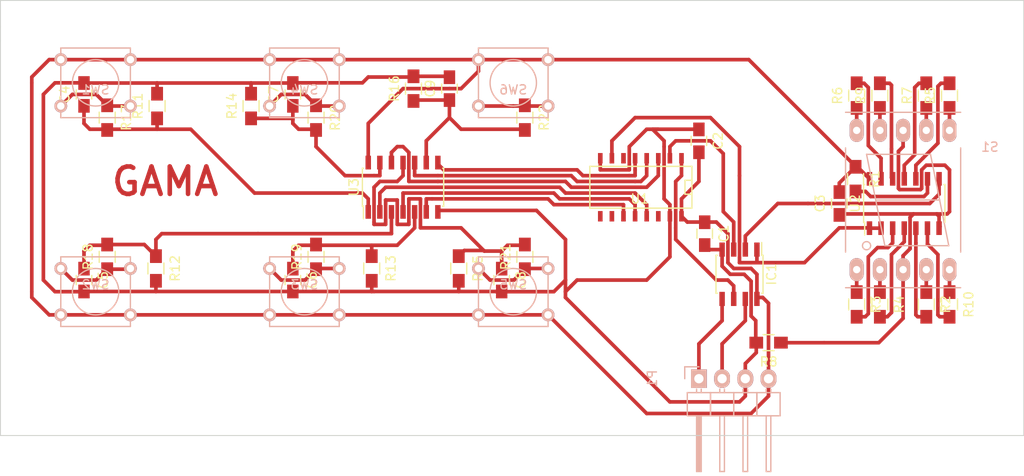
<source format=kicad_pcb>
(kicad_pcb (version 4) (host pcbnew 4.0.2+dfsg1-stable)

  (general
    (links 105)
    (no_connects 1)
    (area 77.165999 89.992999 189.280001 137.718001)
    (thickness 1.6)
    (drawings 7)
    (tracks 467)
    (zones 0)
    (modules 43)
    (nets 48)
  )

  (page A4)
  (layers
    (0 F.Cu signal)
    (31 B.Cu signal)
    (32 B.Adhes user hide)
    (33 F.Adhes user hide)
    (34 B.Paste user hide)
    (35 F.Paste user hide)
    (36 B.SilkS user hide)
    (37 F.SilkS user hide)
    (38 B.Mask user hide)
    (39 F.Mask user hide)
    (40 Dwgs.User user hide)
    (41 Cmts.User user hide)
    (42 Eco1.User user hide)
    (43 Eco2.User user hide)
    (44 Edge.Cuts user)
    (45 Margin user hide)
    (46 B.CrtYd user hide)
    (47 F.CrtYd user hide)
    (48 B.Fab user hide)
    (49 F.Fab user hide)
  )

  (setup
    (last_trace_width 0.4)
    (trace_clearance 0.1)
    (zone_clearance 0.508)
    (zone_45_only no)
    (trace_min 0.2)
    (segment_width 0.2)
    (edge_width 0.1)
    (via_size 0.6)
    (via_drill 0.4)
    (via_min_size 0.4)
    (via_min_drill 0.3)
    (uvia_size 0.3)
    (uvia_drill 0.1)
    (uvias_allowed no)
    (uvia_min_size 0.2)
    (uvia_min_drill 0.1)
    (pcb_text_width 0.3)
    (pcb_text_size 1.5 1.5)
    (mod_edge_width 0.15)
    (mod_text_size 1 1)
    (mod_text_width 0.15)
    (pad_size 1.5 1.5)
    (pad_drill 0.6)
    (pad_to_mask_clearance 0)
    (aux_axis_origin 0 0)
    (visible_elements FFFFFF7F)
    (pcbplotparams
      (layerselection 0x00030_80000001)
      (usegerberextensions false)
      (excludeedgelayer true)
      (linewidth 0.100000)
      (plotframeref false)
      (viasonmask false)
      (mode 1)
      (useauxorigin false)
      (hpglpennumber 1)
      (hpglpenspeed 20)
      (hpglpendiameter 15)
      (hpglpenoverlay 2)
      (psnegative false)
      (psa4output false)
      (plotreference true)
      (plotvalue true)
      (plotinvisibletext false)
      (padsonsilk false)
      (subtractmaskfromsilk false)
      (outputformat 1)
      (mirror false)
      (drillshape 0)
      (scaleselection 1)
      (outputdirectory ""))
  )

  (net 0 "")
  (net 1 GND)
  (net 2 +5V)
  (net 3 "Net-(C4-Pad1)")
  (net 4 "Net-(C5-Pad1)")
  (net 5 "Net-(C6-Pad1)")
  (net 6 "Net-(C7-Pad1)")
  (net 7 "Net-(C8-Pad1)")
  (net 8 "Net-(C9-Pad1)")
  (net 9 /PB0)
  (net 10 /PB2)
  (net 11 /PB1)
  (net 12 /PB3)
  (net 13 /PB4)
  (net 14 /PB5)
  (net 15 /B_R)
  (net 16 /B_D)
  (net 17 /B_L)
  (net 18 /B_U)
  (net 19 "Net-(U1-Pad9)")
  (net 20 /B_B)
  (net 21 /B_A)
  (net 22 "Net-(R1-Pad2)")
  (net 23 "Net-(R2-Pad1)")
  (net 24 "Net-(R3-Pad1)")
  (net 25 "Net-(R4-Pad1)")
  (net 26 "Net-(R5-Pad1)")
  (net 27 "Net-(R6-Pad1)")
  (net 28 "Net-(R7-Pad1)")
  (net 29 "Net-(U1-Pad14)")
  (net 30 "Net-(U1-Pad6)")
  (net 31 "Net-(U1-Pad10)")
  (net 32 "Net-(R9-Pad1)")
  (net 33 "Net-(R9-Pad2)")
  (net 34 "Net-(R10-Pad1)")
  (net 35 "Net-(R10-Pad2)")
  (net 36 "Net-(R2-Pad2)")
  (net 37 "Net-(R3-Pad2)")
  (net 38 "Net-(R4-Pad2)")
  (net 39 "Net-(R5-Pad2)")
  (net 40 "Net-(R6-Pad2)")
  (net 41 "Net-(R7-Pad2)")
  (net 42 "Net-(R17-Pad1)")
  (net 43 "Net-(R18-Pad1)")
  (net 44 "Net-(R19-Pad1)")
  (net 45 "Net-(R20-Pad1)")
  (net 46 "Net-(R21-Pad1)")
  (net 47 "Net-(R22-Pad1)")

  (net_class Default "This is the default net class."
    (clearance 0.1)
    (trace_width 0.4)
    (via_dia 0.6)
    (via_drill 0.4)
    (uvia_dia 0.3)
    (uvia_drill 0.1)
    (add_net +5V)
    (add_net /B_A)
    (add_net /B_B)
    (add_net /B_D)
    (add_net /B_L)
    (add_net /B_R)
    (add_net /B_U)
    (add_net /PB0)
    (add_net /PB1)
    (add_net /PB2)
    (add_net /PB3)
    (add_net /PB4)
    (add_net /PB5)
    (add_net GND)
    (add_net "Net-(C4-Pad1)")
    (add_net "Net-(C5-Pad1)")
    (add_net "Net-(C6-Pad1)")
    (add_net "Net-(C7-Pad1)")
    (add_net "Net-(C8-Pad1)")
    (add_net "Net-(C9-Pad1)")
    (add_net "Net-(R1-Pad2)")
    (add_net "Net-(R10-Pad1)")
    (add_net "Net-(R10-Pad2)")
    (add_net "Net-(R17-Pad1)")
    (add_net "Net-(R18-Pad1)")
    (add_net "Net-(R19-Pad1)")
    (add_net "Net-(R2-Pad1)")
    (add_net "Net-(R2-Pad2)")
    (add_net "Net-(R20-Pad1)")
    (add_net "Net-(R21-Pad1)")
    (add_net "Net-(R22-Pad1)")
    (add_net "Net-(R3-Pad1)")
    (add_net "Net-(R3-Pad2)")
    (add_net "Net-(R4-Pad1)")
    (add_net "Net-(R4-Pad2)")
    (add_net "Net-(R5-Pad1)")
    (add_net "Net-(R5-Pad2)")
    (add_net "Net-(R6-Pad1)")
    (add_net "Net-(R6-Pad2)")
    (add_net "Net-(R7-Pad1)")
    (add_net "Net-(R7-Pad2)")
    (add_net "Net-(R9-Pad1)")
    (add_net "Net-(R9-Pad2)")
    (add_net "Net-(U1-Pad10)")
    (add_net "Net-(U1-Pad14)")
    (add_net "Net-(U1-Pad6)")
    (add_net "Net-(U1-Pad9)")
  )

  (module Resistors_SMD:R_0805_HandSoldering (layer F.Cu) (tedit 54189DEE) (tstamp 58BD38D9)
    (at 178.562 123.317 270)
    (descr "Resistor SMD 0805, hand soldering")
    (tags "resistor 0805")
    (path /58BD3B63)
    (attr smd)
    (fp_text reference R2 (at 0 -2.1 270) (layer F.SilkS)
      (effects (font (size 1 1) (thickness 0.15)))
    )
    (fp_text value 120 (at 0 2.1 270) (layer F.Fab)
      (effects (font (size 1 1) (thickness 0.15)))
    )
    (fp_line (start -2.4 -1) (end 2.4 -1) (layer F.CrtYd) (width 0.05))
    (fp_line (start -2.4 1) (end 2.4 1) (layer F.CrtYd) (width 0.05))
    (fp_line (start -2.4 -1) (end -2.4 1) (layer F.CrtYd) (width 0.05))
    (fp_line (start 2.4 -1) (end 2.4 1) (layer F.CrtYd) (width 0.05))
    (fp_line (start 0.6 0.875) (end -0.6 0.875) (layer F.SilkS) (width 0.15))
    (fp_line (start -0.6 -0.875) (end 0.6 -0.875) (layer F.SilkS) (width 0.15))
    (pad 1 smd rect (at -1.35 0 270) (size 1.5 1.3) (layers F.Cu F.Paste F.Mask)
      (net 23 "Net-(R2-Pad1)"))
    (pad 2 smd rect (at 1.35 0 270) (size 1.5 1.3) (layers F.Cu F.Paste F.Mask)
      (net 36 "Net-(R2-Pad2)"))
    (model Resistors_SMD.3dshapes/R_0805_HandSoldering.wrl
      (at (xyz 0 0 0))
      (scale (xyz 1 1 1))
      (rotate (xyz 0 0 0))
    )
  )

  (module Displays_7-Segment:7SegmentLED_LTS6760_LTS6780 (layer B.Cu) (tedit 0) (tstamp 58B9F7FC)
    (at 176.022 111.887 180)
    (path /58A34526)
    (fp_text reference S1 (at -9.5 5.8 180) (layer B.SilkS)
      (effects (font (size 1 1) (thickness 0.15)) (justify mirror))
    )
    (fp_text value 7SEGM (at -0.4 -12 180) (layer B.Fab)
      (effects (font (size 1 1) (thickness 0.15)) (justify mirror))
    )
    (fp_circle (center 4 -5) (end 4.4 -5.2) (layer B.SilkS) (width 0.15))
    (fp_line (start -3 5) (end -4 0) (layer B.SilkS) (width 0.15))
    (fp_line (start -4 0) (end -5 -5) (layer B.SilkS) (width 0.15))
    (fp_line (start -5 -5) (end 2 -5) (layer B.SilkS) (width 0.15))
    (fp_line (start 2 -5) (end 3 0) (layer B.SilkS) (width 0.15))
    (fp_line (start 4 5) (end 3 0) (layer B.SilkS) (width 0.15))
    (fp_line (start 3 0) (end -4 0) (layer B.SilkS) (width 0.15))
    (fp_line (start -3 5) (end 4 5) (layer B.SilkS) (width 0.15))
    (fp_line (start 6.3 -9.6) (end -6.3 -9.6) (layer B.SilkS) (width 0.15))
    (fp_line (start -6.3 5.7) (end -6.3 -5.7) (layer B.SilkS) (width 0.15))
    (fp_line (start 6.3 5.7) (end 6.3 -5.7) (layer B.SilkS) (width 0.15))
    (fp_line (start -6.3 9.6) (end 6.3 9.6) (layer B.SilkS) (width 0.15))
    (pad 1 thru_hole oval (at -5.08 -7.62 180) (size 1.524 2.524) (drill 0.8) (layers *.Cu *.Mask B.SilkS)
      (net 34 "Net-(R10-Pad1)"))
    (pad 2 thru_hole oval (at -2.54 -7.62 180) (size 1.524 2.524) (drill 0.8) (layers *.Cu *.Mask B.SilkS)
      (net 23 "Net-(R2-Pad1)"))
    (pad 3 thru_hole oval (at 0 -7.62 180) (size 1.524 2.524) (drill 0.8) (layers *.Cu *.Mask B.SilkS)
      (net 1 GND))
    (pad 4 thru_hole oval (at 2.54 -7.62 180) (size 1.524 2.524) (drill 0.8) (layers *.Cu *.Mask B.SilkS)
      (net 25 "Net-(R4-Pad1)"))
    (pad 5 thru_hole oval (at 5.08 -7.62 180) (size 1.524 2.524) (drill 0.8) (layers *.Cu *.Mask B.SilkS)
      (net 24 "Net-(R3-Pad1)"))
    (pad 6 thru_hole oval (at 5.08 7.62 180) (size 1.524 2.524) (drill 0.8) (layers *.Cu *.Mask B.SilkS)
      (net 27 "Net-(R6-Pad1)"))
    (pad 7 thru_hole oval (at 2.54 7.62 180) (size 1.524 2.524) (drill 0.8) (layers *.Cu *.Mask B.SilkS)
      (net 32 "Net-(R9-Pad1)"))
    (pad 8 thru_hole oval (at 0 7.62 180) (size 1.524 2.524) (drill 0.8) (layers *.Cu *.Mask B.SilkS)
      (net 1 GND))
    (pad 9 thru_hole oval (at -2.54 7.62 180) (size 1.524 2.524) (drill 0.8) (layers *.Cu *.Mask B.SilkS)
      (net 28 "Net-(R7-Pad1)"))
    (pad 10 thru_hole oval (at -5.08 7.62 180) (size 1.524 2.524) (drill 0.8) (layers *.Cu *.Mask B.SilkS)
      (net 26 "Net-(R5-Pad1)"))
    (model Displays_7-Segment.3dshapes/7SegmentLED_LTS6760_LTS6780.wrl
      (at (xyz 0 0 0))
      (scale (xyz 0.3937 0.3937 0.3937))
      (rotate (xyz 0 0 0))
    )
  )

  (module Housings_SOIC:SOIC-14_3.9x8.7mm_Pitch1.27mm (layer F.Cu) (tedit 54130A77) (tstamp 58B9F882)
    (at 176.149 112.268 90)
    (descr "14-Lead Plastic Small Outline (SL) - Narrow, 3.90 mm Body [SOIC] (see Microchip Packaging Specification 00000049BS.pdf)")
    (tags "SOIC 1.27")
    (path /58A348C4)
    (attr smd)
    (fp_text reference U2 (at 0 -5.375 90) (layer F.SilkS)
      (effects (font (size 1 1) (thickness 0.15)))
    )
    (fp_text value 74164 (at 0 5.375 90) (layer F.Fab)
      (effects (font (size 1 1) (thickness 0.15)))
    )
    (fp_line (start -3.7 -4.65) (end -3.7 4.65) (layer F.CrtYd) (width 0.05))
    (fp_line (start 3.7 -4.65) (end 3.7 4.65) (layer F.CrtYd) (width 0.05))
    (fp_line (start -3.7 -4.65) (end 3.7 -4.65) (layer F.CrtYd) (width 0.05))
    (fp_line (start -3.7 4.65) (end 3.7 4.65) (layer F.CrtYd) (width 0.05))
    (fp_line (start -2.075 -4.45) (end -2.075 -4.335) (layer F.SilkS) (width 0.15))
    (fp_line (start 2.075 -4.45) (end 2.075 -4.335) (layer F.SilkS) (width 0.15))
    (fp_line (start 2.075 4.45) (end 2.075 4.335) (layer F.SilkS) (width 0.15))
    (fp_line (start -2.075 4.45) (end -2.075 4.335) (layer F.SilkS) (width 0.15))
    (fp_line (start -2.075 -4.45) (end 2.075 -4.45) (layer F.SilkS) (width 0.15))
    (fp_line (start -2.075 4.45) (end 2.075 4.45) (layer F.SilkS) (width 0.15))
    (fp_line (start -2.075 -4.335) (end -3.45 -4.335) (layer F.SilkS) (width 0.15))
    (pad 1 smd rect (at -2.7 -3.81 90) (size 1.5 0.6) (layers F.Cu F.Paste F.Mask)
      (net 14 /PB5))
    (pad 2 smd rect (at -2.7 -2.54 90) (size 1.5 0.6) (layers F.Cu F.Paste F.Mask)
      (net 14 /PB5))
    (pad 3 smd rect (at -2.7 -1.27 90) (size 1.5 0.6) (layers F.Cu F.Paste F.Mask)
      (net 37 "Net-(R3-Pad2)"))
    (pad 4 smd rect (at -2.7 0 90) (size 1.5 0.6) (layers F.Cu F.Paste F.Mask)
      (net 38 "Net-(R4-Pad2)"))
    (pad 5 smd rect (at -2.7 1.27 90) (size 1.5 0.6) (layers F.Cu F.Paste F.Mask)
      (net 36 "Net-(R2-Pad2)"))
    (pad 6 smd rect (at -2.7 2.54 90) (size 1.5 0.6) (layers F.Cu F.Paste F.Mask)
      (net 35 "Net-(R10-Pad2)"))
    (pad 7 smd rect (at -2.7 3.81 90) (size 1.5 0.6) (layers F.Cu F.Paste F.Mask)
      (net 1 GND))
    (pad 8 smd rect (at 2.7 3.81 90) (size 1.5 0.6) (layers F.Cu F.Paste F.Mask)
      (net 12 /PB3))
    (pad 9 smd rect (at 2.7 2.54 90) (size 1.5 0.6) (layers F.Cu F.Paste F.Mask)
      (net 22 "Net-(R1-Pad2)"))
    (pad 10 smd rect (at 2.7 1.27 90) (size 1.5 0.6) (layers F.Cu F.Paste F.Mask)
      (net 39 "Net-(R5-Pad2)"))
    (pad 11 smd rect (at 2.7 0 90) (size 1.5 0.6) (layers F.Cu F.Paste F.Mask)
      (net 41 "Net-(R7-Pad2)"))
    (pad 12 smd rect (at 2.7 -1.27 90) (size 1.5 0.6) (layers F.Cu F.Paste F.Mask)
      (net 33 "Net-(R9-Pad2)"))
    (pad 13 smd rect (at 2.7 -2.54 90) (size 1.5 0.6) (layers F.Cu F.Paste F.Mask)
      (net 40 "Net-(R6-Pad2)"))
    (pad 14 smd rect (at 2.7 -3.81 90) (size 1.5 0.6) (layers F.Cu F.Paste F.Mask)
      (net 2 +5V))
    (model Housings_SOIC.3dshapes/SOIC-14_3.9x8.7mm_Pitch1.27mm.wrl
      (at (xyz 0 0 0))
      (scale (xyz 1 1 1))
      (rotate (xyz 0 0 0))
    )
  )

  (module Housings_SOIC:SOIC-14_3.9x8.7mm_Pitch1.27mm (layer F.Cu) (tedit 54130A77) (tstamp 58B9F89F)
    (at 121.285 110.49 90)
    (descr "14-Lead Plastic Small Outline (SL) - Narrow, 3.90 mm Body [SOIC] (see Microchip Packaging Specification 00000049BS.pdf)")
    (tags "SOIC 1.27")
    (path /58A34269)
    (attr smd)
    (fp_text reference U3 (at 0 -5.375 90) (layer F.SilkS)
      (effects (font (size 1 1) (thickness 0.15)))
    )
    (fp_text value 74LS14 (at 0 5.375 90) (layer F.Fab)
      (effects (font (size 1 1) (thickness 0.15)))
    )
    (fp_line (start -3.7 -4.65) (end -3.7 4.65) (layer F.CrtYd) (width 0.05))
    (fp_line (start 3.7 -4.65) (end 3.7 4.65) (layer F.CrtYd) (width 0.05))
    (fp_line (start -3.7 -4.65) (end 3.7 -4.65) (layer F.CrtYd) (width 0.05))
    (fp_line (start -3.7 4.65) (end 3.7 4.65) (layer F.CrtYd) (width 0.05))
    (fp_line (start -2.075 -4.45) (end -2.075 -4.335) (layer F.SilkS) (width 0.15))
    (fp_line (start 2.075 -4.45) (end 2.075 -4.335) (layer F.SilkS) (width 0.15))
    (fp_line (start 2.075 4.45) (end 2.075 4.335) (layer F.SilkS) (width 0.15))
    (fp_line (start -2.075 4.45) (end -2.075 4.335) (layer F.SilkS) (width 0.15))
    (fp_line (start -2.075 -4.45) (end 2.075 -4.45) (layer F.SilkS) (width 0.15))
    (fp_line (start -2.075 4.45) (end 2.075 4.45) (layer F.SilkS) (width 0.15))
    (fp_line (start -2.075 -4.335) (end -3.45 -4.335) (layer F.SilkS) (width 0.15))
    (pad 1 smd rect (at -2.7 -3.81 90) (size 1.5 0.6) (layers F.Cu F.Paste F.Mask)
      (net 3 "Net-(C4-Pad1)"))
    (pad 2 smd rect (at -2.7 -2.54 90) (size 1.5 0.6) (layers F.Cu F.Paste F.Mask)
      (net 18 /B_U))
    (pad 3 smd rect (at -2.7 -1.27 90) (size 1.5 0.6) (layers F.Cu F.Paste F.Mask)
      (net 4 "Net-(C5-Pad1)"))
    (pad 4 smd rect (at -2.7 0 90) (size 1.5 0.6) (layers F.Cu F.Paste F.Mask)
      (net 17 /B_L))
    (pad 5 smd rect (at -2.7 1.27 90) (size 1.5 0.6) (layers F.Cu F.Paste F.Mask)
      (net 5 "Net-(C6-Pad1)"))
    (pad 6 smd rect (at -2.7 2.54 90) (size 1.5 0.6) (layers F.Cu F.Paste F.Mask)
      (net 16 /B_D))
    (pad 7 smd rect (at -2.7 3.81 90) (size 1.5 0.6) (layers F.Cu F.Paste F.Mask)
      (net 1 GND))
    (pad 8 smd rect (at 2.7 3.81 90) (size 1.5 0.6) (layers F.Cu F.Paste F.Mask)
      (net 20 /B_B))
    (pad 9 smd rect (at 2.7 2.54 90) (size 1.5 0.6) (layers F.Cu F.Paste F.Mask)
      (net 8 "Net-(C9-Pad1)"))
    (pad 10 smd rect (at 2.7 1.27 90) (size 1.5 0.6) (layers F.Cu F.Paste F.Mask)
      (net 21 /B_A))
    (pad 11 smd rect (at 2.7 0 90) (size 1.5 0.6) (layers F.Cu F.Paste F.Mask)
      (net 7 "Net-(C8-Pad1)"))
    (pad 12 smd rect (at 2.7 -1.27 90) (size 1.5 0.6) (layers F.Cu F.Paste F.Mask)
      (net 15 /B_R))
    (pad 13 smd rect (at 2.7 -2.54 90) (size 1.5 0.6) (layers F.Cu F.Paste F.Mask)
      (net 6 "Net-(C7-Pad1)"))
    (pad 14 smd rect (at 2.7 -3.81 90) (size 1.5 0.6) (layers F.Cu F.Paste F.Mask)
      (net 2 +5V))
    (model Housings_SOIC.3dshapes/SOIC-14_3.9x8.7mm_Pitch1.27mm.wrl
      (at (xyz 0 0 0))
      (scale (xyz 1 1 1))
      (rotate (xyz 0 0 0))
    )
  )

  (module Resistors_SMD:R_0805_HandSoldering (layer F.Cu) (tedit 54189DEE) (tstamp 58BA024E)
    (at 88.9 118.11 90)
    (descr "Resistor SMD 0805, hand soldering")
    (tags "resistor 0805")
    (path /58A36893)
    (attr smd)
    (fp_text reference R18 (at 0 -2.1 90) (layer F.SilkS)
      (effects (font (size 1 1) (thickness 0.15)))
    )
    (fp_text value 1k (at 0 2.1 90) (layer F.Fab)
      (effects (font (size 1 1) (thickness 0.15)))
    )
    (fp_line (start -2.4 -1) (end 2.4 -1) (layer F.CrtYd) (width 0.05))
    (fp_line (start -2.4 1) (end 2.4 1) (layer F.CrtYd) (width 0.05))
    (fp_line (start -2.4 -1) (end -2.4 1) (layer F.CrtYd) (width 0.05))
    (fp_line (start 2.4 -1) (end 2.4 1) (layer F.CrtYd) (width 0.05))
    (fp_line (start 0.6 0.875) (end -0.6 0.875) (layer F.SilkS) (width 0.15))
    (fp_line (start -0.6 -0.875) (end 0.6 -0.875) (layer F.SilkS) (width 0.15))
    (pad 1 smd rect (at -1.35 0 90) (size 1.5 1.3) (layers F.Cu F.Paste F.Mask)
      (net 43 "Net-(R18-Pad1)"))
    (pad 2 smd rect (at 1.35 0 90) (size 1.5 1.3) (layers F.Cu F.Paste F.Mask)
      (net 4 "Net-(C5-Pad1)"))
    (model Resistors_SMD.3dshapes/R_0805_HandSoldering.wrl
      (at (xyz 0 0 0))
      (scale (xyz 1 1 1))
      (rotate (xyz 0 0 0))
    )
  )

  (module Capacitors_SMD:C_0805_HandSoldering (layer F.Cu) (tedit 541A9B8D) (tstamp 58B9F651)
    (at 153.67 105.41 270)
    (descr "Capacitor SMD 0805, hand soldering")
    (tags "capacitor 0805")
    (path /58A4AE65)
    (attr smd)
    (fp_text reference C2 (at 0 -2.1 270) (layer F.SilkS)
      (effects (font (size 1 1) (thickness 0.15)))
    )
    (fp_text value 100nF (at 0 2.1 270) (layer F.Fab)
      (effects (font (size 1 1) (thickness 0.15)))
    )
    (fp_line (start -2.3 -1) (end 2.3 -1) (layer F.CrtYd) (width 0.05))
    (fp_line (start -2.3 1) (end 2.3 1) (layer F.CrtYd) (width 0.05))
    (fp_line (start -2.3 -1) (end -2.3 1) (layer F.CrtYd) (width 0.05))
    (fp_line (start 2.3 -1) (end 2.3 1) (layer F.CrtYd) (width 0.05))
    (fp_line (start 0.5 -0.85) (end -0.5 -0.85) (layer F.SilkS) (width 0.15))
    (fp_line (start -0.5 0.85) (end 0.5 0.85) (layer F.SilkS) (width 0.15))
    (pad 1 smd rect (at -1.25 0 270) (size 1.5 1.25) (layers F.Cu F.Paste F.Mask)
      (net 1 GND))
    (pad 2 smd rect (at 1.25 0 270) (size 1.5 1.25) (layers F.Cu F.Paste F.Mask)
      (net 2 +5V))
    (model Capacitors_SMD.3dshapes/C_0805_HandSoldering.wrl
      (at (xyz 0 0 0))
      (scale (xyz 1 1 1))
      (rotate (xyz 0 0 0))
    )
  )

  (module Capacitors_SMD:C_0805_HandSoldering (layer F.Cu) (tedit 541A9B8D) (tstamp 58B9F65D)
    (at 169.037 112.268 90)
    (descr "Capacitor SMD 0805, hand soldering")
    (tags "capacitor 0805")
    (path /58A4AD5C)
    (attr smd)
    (fp_text reference C3 (at 0 -2.1 90) (layer F.SilkS)
      (effects (font (size 1 1) (thickness 0.15)))
    )
    (fp_text value 100nF (at 0 2.1 90) (layer F.Fab)
      (effects (font (size 1 1) (thickness 0.15)))
    )
    (fp_line (start -2.3 -1) (end 2.3 -1) (layer F.CrtYd) (width 0.05))
    (fp_line (start -2.3 1) (end 2.3 1) (layer F.CrtYd) (width 0.05))
    (fp_line (start -2.3 -1) (end -2.3 1) (layer F.CrtYd) (width 0.05))
    (fp_line (start 2.3 -1) (end 2.3 1) (layer F.CrtYd) (width 0.05))
    (fp_line (start 0.5 -0.85) (end -0.5 -0.85) (layer F.SilkS) (width 0.15))
    (fp_line (start -0.5 0.85) (end 0.5 0.85) (layer F.SilkS) (width 0.15))
    (pad 1 smd rect (at -1.25 0 90) (size 1.5 1.25) (layers F.Cu F.Paste F.Mask)
      (net 1 GND))
    (pad 2 smd rect (at 1.25 0 90) (size 1.5 1.25) (layers F.Cu F.Paste F.Mask)
      (net 2 +5V))
    (model Capacitors_SMD.3dshapes/C_0805_HandSoldering.wrl
      (at (xyz 0 0 0))
      (scale (xyz 1 1 1))
      (rotate (xyz 0 0 0))
    )
  )

  (module Capacitors_SMD:C_0805_HandSoldering (layer F.Cu) (tedit 541A9B8D) (tstamp 58B9F669)
    (at 86.36 100.33 90)
    (descr "Capacitor SMD 0805, hand soldering")
    (tags "capacitor 0805")
    (path /58A34484)
    (attr smd)
    (fp_text reference C4 (at 0 -2.1 90) (layer F.SilkS)
      (effects (font (size 1 1) (thickness 0.15)))
    )
    (fp_text value 1uF (at 0 2.1 90) (layer F.Fab)
      (effects (font (size 1 1) (thickness 0.15)))
    )
    (fp_line (start -2.3 -1) (end 2.3 -1) (layer F.CrtYd) (width 0.05))
    (fp_line (start -2.3 1) (end 2.3 1) (layer F.CrtYd) (width 0.05))
    (fp_line (start -2.3 -1) (end -2.3 1) (layer F.CrtYd) (width 0.05))
    (fp_line (start 2.3 -1) (end 2.3 1) (layer F.CrtYd) (width 0.05))
    (fp_line (start 0.5 -0.85) (end -0.5 -0.85) (layer F.SilkS) (width 0.15))
    (fp_line (start -0.5 0.85) (end 0.5 0.85) (layer F.SilkS) (width 0.15))
    (pad 1 smd rect (at -1.25 0 90) (size 1.5 1.25) (layers F.Cu F.Paste F.Mask)
      (net 3 "Net-(C4-Pad1)"))
    (pad 2 smd rect (at 1.25 0 90) (size 1.5 1.25) (layers F.Cu F.Paste F.Mask)
      (net 1 GND))
    (model Capacitors_SMD.3dshapes/C_0805_HandSoldering.wrl
      (at (xyz 0 0 0))
      (scale (xyz 1 1 1))
      (rotate (xyz 0 0 0))
    )
  )

  (module Capacitors_SMD:C_0805_HandSoldering (layer F.Cu) (tedit 541A9B8D) (tstamp 58B9F675)
    (at 86.36 120.65 270)
    (descr "Capacitor SMD 0805, hand soldering")
    (tags "capacitor 0805")
    (path /58A36899)
    (attr smd)
    (fp_text reference C5 (at 0 -2.1 270) (layer F.SilkS)
      (effects (font (size 1 1) (thickness 0.15)))
    )
    (fp_text value 1uF (at 0 2.1 270) (layer F.Fab)
      (effects (font (size 1 1) (thickness 0.15)))
    )
    (fp_line (start -2.3 -1) (end 2.3 -1) (layer F.CrtYd) (width 0.05))
    (fp_line (start -2.3 1) (end 2.3 1) (layer F.CrtYd) (width 0.05))
    (fp_line (start -2.3 -1) (end -2.3 1) (layer F.CrtYd) (width 0.05))
    (fp_line (start 2.3 -1) (end 2.3 1) (layer F.CrtYd) (width 0.05))
    (fp_line (start 0.5 -0.85) (end -0.5 -0.85) (layer F.SilkS) (width 0.15))
    (fp_line (start -0.5 0.85) (end 0.5 0.85) (layer F.SilkS) (width 0.15))
    (pad 1 smd rect (at -1.25 0 270) (size 1.5 1.25) (layers F.Cu F.Paste F.Mask)
      (net 4 "Net-(C5-Pad1)"))
    (pad 2 smd rect (at 1.25 0 270) (size 1.5 1.25) (layers F.Cu F.Paste F.Mask)
      (net 1 GND))
    (model Capacitors_SMD.3dshapes/C_0805_HandSoldering.wrl
      (at (xyz 0 0 0))
      (scale (xyz 1 1 1))
      (rotate (xyz 0 0 0))
    )
  )

  (module Capacitors_SMD:C_0805_HandSoldering (layer F.Cu) (tedit 541A9B8D) (tstamp 58B9F681)
    (at 109.22 120.65 270)
    (descr "Capacitor SMD 0805, hand soldering")
    (tags "capacitor 0805")
    (path /58A36C6C)
    (attr smd)
    (fp_text reference C6 (at 0 -2.1 270) (layer F.SilkS)
      (effects (font (size 1 1) (thickness 0.15)))
    )
    (fp_text value 1uF (at 0 2.1 270) (layer F.Fab)
      (effects (font (size 1 1) (thickness 0.15)))
    )
    (fp_line (start -2.3 -1) (end 2.3 -1) (layer F.CrtYd) (width 0.05))
    (fp_line (start -2.3 1) (end 2.3 1) (layer F.CrtYd) (width 0.05))
    (fp_line (start -2.3 -1) (end -2.3 1) (layer F.CrtYd) (width 0.05))
    (fp_line (start 2.3 -1) (end 2.3 1) (layer F.CrtYd) (width 0.05))
    (fp_line (start 0.5 -0.85) (end -0.5 -0.85) (layer F.SilkS) (width 0.15))
    (fp_line (start -0.5 0.85) (end 0.5 0.85) (layer F.SilkS) (width 0.15))
    (pad 1 smd rect (at -1.25 0 270) (size 1.5 1.25) (layers F.Cu F.Paste F.Mask)
      (net 5 "Net-(C6-Pad1)"))
    (pad 2 smd rect (at 1.25 0 270) (size 1.5 1.25) (layers F.Cu F.Paste F.Mask)
      (net 1 GND))
    (model Capacitors_SMD.3dshapes/C_0805_HandSoldering.wrl
      (at (xyz 0 0 0))
      (scale (xyz 1 1 1))
      (rotate (xyz 0 0 0))
    )
  )

  (module Capacitors_SMD:C_0805_HandSoldering (layer F.Cu) (tedit 541A9B8D) (tstamp 58B9F68D)
    (at 109.22 100.33 90)
    (descr "Capacitor SMD 0805, hand soldering")
    (tags "capacitor 0805")
    (path /58A37168)
    (attr smd)
    (fp_text reference C7 (at 0 -2.1 90) (layer F.SilkS)
      (effects (font (size 1 1) (thickness 0.15)))
    )
    (fp_text value 1uF (at 0 2.1 90) (layer F.Fab)
      (effects (font (size 1 1) (thickness 0.15)))
    )
    (fp_line (start -2.3 -1) (end 2.3 -1) (layer F.CrtYd) (width 0.05))
    (fp_line (start -2.3 1) (end 2.3 1) (layer F.CrtYd) (width 0.05))
    (fp_line (start -2.3 -1) (end -2.3 1) (layer F.CrtYd) (width 0.05))
    (fp_line (start 2.3 -1) (end 2.3 1) (layer F.CrtYd) (width 0.05))
    (fp_line (start 0.5 -0.85) (end -0.5 -0.85) (layer F.SilkS) (width 0.15))
    (fp_line (start -0.5 0.85) (end 0.5 0.85) (layer F.SilkS) (width 0.15))
    (pad 1 smd rect (at -1.25 0 90) (size 1.5 1.25) (layers F.Cu F.Paste F.Mask)
      (net 6 "Net-(C7-Pad1)"))
    (pad 2 smd rect (at 1.25 0 90) (size 1.5 1.25) (layers F.Cu F.Paste F.Mask)
      (net 1 GND))
    (model Capacitors_SMD.3dshapes/C_0805_HandSoldering.wrl
      (at (xyz 0 0 0))
      (scale (xyz 1 1 1))
      (rotate (xyz 0 0 0))
    )
  )

  (module Capacitors_SMD:C_0805_HandSoldering (layer F.Cu) (tedit 541A9B8D) (tstamp 58B9F699)
    (at 132.08 120.65 270)
    (descr "Capacitor SMD 0805, hand soldering")
    (tags "capacitor 0805")
    (path /58A37D21)
    (attr smd)
    (fp_text reference C8 (at 0 -2.1 270) (layer F.SilkS)
      (effects (font (size 1 1) (thickness 0.15)))
    )
    (fp_text value 1uF (at 0 2.1 270) (layer F.Fab)
      (effects (font (size 1 1) (thickness 0.15)))
    )
    (fp_line (start -2.3 -1) (end 2.3 -1) (layer F.CrtYd) (width 0.05))
    (fp_line (start -2.3 1) (end 2.3 1) (layer F.CrtYd) (width 0.05))
    (fp_line (start -2.3 -1) (end -2.3 1) (layer F.CrtYd) (width 0.05))
    (fp_line (start 2.3 -1) (end 2.3 1) (layer F.CrtYd) (width 0.05))
    (fp_line (start 0.5 -0.85) (end -0.5 -0.85) (layer F.SilkS) (width 0.15))
    (fp_line (start -0.5 0.85) (end 0.5 0.85) (layer F.SilkS) (width 0.15))
    (pad 1 smd rect (at -1.25 0 270) (size 1.5 1.25) (layers F.Cu F.Paste F.Mask)
      (net 7 "Net-(C8-Pad1)"))
    (pad 2 smd rect (at 1.25 0 270) (size 1.5 1.25) (layers F.Cu F.Paste F.Mask)
      (net 1 GND))
    (model Capacitors_SMD.3dshapes/C_0805_HandSoldering.wrl
      (at (xyz 0 0 0))
      (scale (xyz 1 1 1))
      (rotate (xyz 0 0 0))
    )
  )

  (module Capacitors_SMD:C_0805_HandSoldering (layer F.Cu) (tedit 541A9B8D) (tstamp 58B9F6A5)
    (at 126.365 99.695 90)
    (descr "Capacitor SMD 0805, hand soldering")
    (tags "capacitor 0805")
    (path /58A380E4)
    (attr smd)
    (fp_text reference C9 (at 0 -2.1 90) (layer F.SilkS)
      (effects (font (size 1 1) (thickness 0.15)))
    )
    (fp_text value 1uF (at 0 2.1 90) (layer F.Fab)
      (effects (font (size 1 1) (thickness 0.15)))
    )
    (fp_line (start -2.3 -1) (end 2.3 -1) (layer F.CrtYd) (width 0.05))
    (fp_line (start -2.3 1) (end 2.3 1) (layer F.CrtYd) (width 0.05))
    (fp_line (start -2.3 -1) (end -2.3 1) (layer F.CrtYd) (width 0.05))
    (fp_line (start 2.3 -1) (end 2.3 1) (layer F.CrtYd) (width 0.05))
    (fp_line (start 0.5 -0.85) (end -0.5 -0.85) (layer F.SilkS) (width 0.15))
    (fp_line (start -0.5 0.85) (end 0.5 0.85) (layer F.SilkS) (width 0.15))
    (pad 1 smd rect (at -1.25 0 90) (size 1.5 1.25) (layers F.Cu F.Paste F.Mask)
      (net 8 "Net-(C9-Pad1)"))
    (pad 2 smd rect (at 1.25 0 90) (size 1.5 1.25) (layers F.Cu F.Paste F.Mask)
      (net 1 GND))
    (model Capacitors_SMD.3dshapes/C_0805_HandSoldering.wrl
      (at (xyz 0 0 0))
      (scale (xyz 1 1 1))
      (rotate (xyz 0 0 0))
    )
  )

  (module Housings_SOIC:SOIC-8_3.9x4.9mm_Pitch1.27mm (layer F.Cu) (tedit 54130A77) (tstamp 58B9F6BC)
    (at 158.115 120.015 270)
    (descr "8-Lead Plastic Small Outline (SN) - Narrow, 3.90 mm Body [SOIC] (see Microchip Packaging Specification 00000049BS.pdf)")
    (tags "SOIC 1.27")
    (path /58A34114)
    (attr smd)
    (fp_text reference IC1 (at 0 -3.5 270) (layer F.SilkS)
      (effects (font (size 1 1) (thickness 0.15)))
    )
    (fp_text value ATTINY45-S (at 0 3.5 270) (layer F.Fab)
      (effects (font (size 1 1) (thickness 0.15)))
    )
    (fp_line (start -3.75 -2.75) (end -3.75 2.75) (layer F.CrtYd) (width 0.05))
    (fp_line (start 3.75 -2.75) (end 3.75 2.75) (layer F.CrtYd) (width 0.05))
    (fp_line (start -3.75 -2.75) (end 3.75 -2.75) (layer F.CrtYd) (width 0.05))
    (fp_line (start -3.75 2.75) (end 3.75 2.75) (layer F.CrtYd) (width 0.05))
    (fp_line (start -2.075 -2.575) (end -2.075 -2.43) (layer F.SilkS) (width 0.15))
    (fp_line (start 2.075 -2.575) (end 2.075 -2.43) (layer F.SilkS) (width 0.15))
    (fp_line (start 2.075 2.575) (end 2.075 2.43) (layer F.SilkS) (width 0.15))
    (fp_line (start -2.075 2.575) (end -2.075 2.43) (layer F.SilkS) (width 0.15))
    (fp_line (start -2.075 -2.575) (end 2.075 -2.575) (layer F.SilkS) (width 0.15))
    (fp_line (start -2.075 2.575) (end 2.075 2.575) (layer F.SilkS) (width 0.15))
    (fp_line (start -2.075 -2.43) (end -3.475 -2.43) (layer F.SilkS) (width 0.15))
    (pad 1 smd rect (at -2.7 -1.905 270) (size 1.55 0.6) (layers F.Cu F.Paste F.Mask)
      (net 14 /PB5))
    (pad 2 smd rect (at -2.7 -0.635 270) (size 1.55 0.6) (layers F.Cu F.Paste F.Mask)
      (net 12 /PB3))
    (pad 3 smd rect (at -2.7 0.635 270) (size 1.55 0.6) (layers F.Cu F.Paste F.Mask)
      (net 13 /PB4))
    (pad 4 smd rect (at -2.7 1.905 270) (size 1.55 0.6) (layers F.Cu F.Paste F.Mask)
      (net 1 GND))
    (pad 5 smd rect (at 2.7 1.905 270) (size 1.55 0.6) (layers F.Cu F.Paste F.Mask)
      (net 9 /PB0))
    (pad 6 smd rect (at 2.7 0.635 270) (size 1.55 0.6) (layers F.Cu F.Paste F.Mask)
      (net 11 /PB1))
    (pad 7 smd rect (at 2.7 -0.635 270) (size 1.55 0.6) (layers F.Cu F.Paste F.Mask)
      (net 10 /PB2))
    (pad 8 smd rect (at 2.7 -1.905 270) (size 1.55 0.6) (layers F.Cu F.Paste F.Mask)
      (net 2 +5V))
    (model Housings_SOIC.3dshapes/SOIC-8_3.9x4.9mm_Pitch1.27mm.wrl
      (at (xyz 0 0 0))
      (scale (xyz 1 1 1))
      (rotate (xyz 0 0 0))
    )
  )

  (module Pin_Headers:Pin_Header_Angled_1x04 (layer B.Cu) (tedit 0) (tstamp 58B9F70A)
    (at 153.67 131.445 270)
    (descr "Through hole pin header")
    (tags "pin header")
    (path /58A35276)
    (fp_text reference P1 (at 0 5.1 270) (layer B.SilkS)
      (effects (font (size 1 1) (thickness 0.15)) (justify mirror))
    )
    (fp_text value CONN_01X04 (at 0 3.1 270) (layer B.Fab)
      (effects (font (size 1 1) (thickness 0.15)) (justify mirror))
    )
    (fp_line (start -1.5 1.75) (end -1.5 -9.4) (layer B.CrtYd) (width 0.05))
    (fp_line (start 10.65 1.75) (end 10.65 -9.4) (layer B.CrtYd) (width 0.05))
    (fp_line (start -1.5 1.75) (end 10.65 1.75) (layer B.CrtYd) (width 0.05))
    (fp_line (start -1.5 -9.4) (end 10.65 -9.4) (layer B.CrtYd) (width 0.05))
    (fp_line (start -1.3 1.55) (end -1.3 0) (layer B.SilkS) (width 0.15))
    (fp_line (start 0 1.55) (end -1.3 1.55) (layer B.SilkS) (width 0.15))
    (fp_line (start 4.191 0.127) (end 10.033 0.127) (layer B.SilkS) (width 0.15))
    (fp_line (start 10.033 0.127) (end 10.033 -0.127) (layer B.SilkS) (width 0.15))
    (fp_line (start 10.033 -0.127) (end 4.191 -0.127) (layer B.SilkS) (width 0.15))
    (fp_line (start 4.191 -0.127) (end 4.191 0) (layer B.SilkS) (width 0.15))
    (fp_line (start 4.191 0) (end 10.033 0) (layer B.SilkS) (width 0.15))
    (fp_line (start 1.524 0.254) (end 1.143 0.254) (layer B.SilkS) (width 0.15))
    (fp_line (start 1.524 -0.254) (end 1.143 -0.254) (layer B.SilkS) (width 0.15))
    (fp_line (start 1.524 -2.286) (end 1.143 -2.286) (layer B.SilkS) (width 0.15))
    (fp_line (start 1.524 -2.794) (end 1.143 -2.794) (layer B.SilkS) (width 0.15))
    (fp_line (start 1.524 -4.826) (end 1.143 -4.826) (layer B.SilkS) (width 0.15))
    (fp_line (start 1.524 -5.334) (end 1.143 -5.334) (layer B.SilkS) (width 0.15))
    (fp_line (start 1.524 -7.874) (end 1.143 -7.874) (layer B.SilkS) (width 0.15))
    (fp_line (start 1.524 -7.366) (end 1.143 -7.366) (layer B.SilkS) (width 0.15))
    (fp_line (start 1.524 1.27) (end 4.064 1.27) (layer B.SilkS) (width 0.15))
    (fp_line (start 1.524 -1.27) (end 4.064 -1.27) (layer B.SilkS) (width 0.15))
    (fp_line (start 1.524 -1.27) (end 1.524 -3.81) (layer B.SilkS) (width 0.15))
    (fp_line (start 1.524 -3.81) (end 4.064 -3.81) (layer B.SilkS) (width 0.15))
    (fp_line (start 4.064 -2.286) (end 10.16 -2.286) (layer B.SilkS) (width 0.15))
    (fp_line (start 10.16 -2.286) (end 10.16 -2.794) (layer B.SilkS) (width 0.15))
    (fp_line (start 10.16 -2.794) (end 4.064 -2.794) (layer B.SilkS) (width 0.15))
    (fp_line (start 4.064 -3.81) (end 4.064 -1.27) (layer B.SilkS) (width 0.15))
    (fp_line (start 4.064 -1.27) (end 4.064 1.27) (layer B.SilkS) (width 0.15))
    (fp_line (start 10.16 -0.254) (end 4.064 -0.254) (layer B.SilkS) (width 0.15))
    (fp_line (start 10.16 0.254) (end 10.16 -0.254) (layer B.SilkS) (width 0.15))
    (fp_line (start 4.064 0.254) (end 10.16 0.254) (layer B.SilkS) (width 0.15))
    (fp_line (start 1.524 -1.27) (end 4.064 -1.27) (layer B.SilkS) (width 0.15))
    (fp_line (start 1.524 1.27) (end 1.524 -1.27) (layer B.SilkS) (width 0.15))
    (fp_line (start 1.524 -6.35) (end 4.064 -6.35) (layer B.SilkS) (width 0.15))
    (fp_line (start 1.524 -6.35) (end 1.524 -8.89) (layer B.SilkS) (width 0.15))
    (fp_line (start 1.524 -8.89) (end 4.064 -8.89) (layer B.SilkS) (width 0.15))
    (fp_line (start 4.064 -7.366) (end 10.16 -7.366) (layer B.SilkS) (width 0.15))
    (fp_line (start 10.16 -7.366) (end 10.16 -7.874) (layer B.SilkS) (width 0.15))
    (fp_line (start 10.16 -7.874) (end 4.064 -7.874) (layer B.SilkS) (width 0.15))
    (fp_line (start 4.064 -8.89) (end 4.064 -6.35) (layer B.SilkS) (width 0.15))
    (fp_line (start 4.064 -6.35) (end 4.064 -3.81) (layer B.SilkS) (width 0.15))
    (fp_line (start 10.16 -5.334) (end 4.064 -5.334) (layer B.SilkS) (width 0.15))
    (fp_line (start 10.16 -4.826) (end 10.16 -5.334) (layer B.SilkS) (width 0.15))
    (fp_line (start 4.064 -4.826) (end 10.16 -4.826) (layer B.SilkS) (width 0.15))
    (fp_line (start 1.524 -6.35) (end 4.064 -6.35) (layer B.SilkS) (width 0.15))
    (fp_line (start 1.524 -3.81) (end 1.524 -6.35) (layer B.SilkS) (width 0.15))
    (fp_line (start 1.524 -3.81) (end 4.064 -3.81) (layer B.SilkS) (width 0.15))
    (pad 1 thru_hole rect (at 0 0 270) (size 2.032 1.7272) (drill 1.016) (layers *.Cu *.Mask B.SilkS)
      (net 9 /PB0))
    (pad 2 thru_hole oval (at 0 -2.54 270) (size 2.032 1.7272) (drill 1.016) (layers *.Cu *.Mask B.SilkS)
      (net 10 /PB2))
    (pad 3 thru_hole oval (at 0 -5.08 270) (size 2.032 1.7272) (drill 1.016) (layers *.Cu *.Mask B.SilkS)
      (net 1 GND))
    (pad 4 thru_hole oval (at 0 -7.62 270) (size 2.032 1.7272) (drill 1.016) (layers *.Cu *.Mask B.SilkS)
      (net 2 +5V))
    (model Pin_Headers.3dshapes/Pin_Header_Angled_1x04.wrl
      (at (xyz 0 -0.15 0))
      (scale (xyz 1 1 1))
      (rotate (xyz 0 0 90))
    )
  )

  (module Buttons_Switches_ThroughHole:SW_PUSH_SMALL (layer B.Cu) (tedit 0) (tstamp 58B9F809)
    (at 87.63 99.06)
    (path /58A34AB0)
    (fp_text reference SW1 (at 0 0.762) (layer B.SilkS)
      (effects (font (size 1 1) (thickness 0.15)) (justify mirror))
    )
    (fp_text value SW_PUSH (at 0 -1.016) (layer B.Fab)
      (effects (font (size 1 1) (thickness 0.15)) (justify mirror))
    )
    (fp_circle (center 0 0) (end 0 2.54) (layer B.SilkS) (width 0.15))
    (fp_line (start -3.81 3.81) (end 3.81 3.81) (layer B.SilkS) (width 0.15))
    (fp_line (start 3.81 3.81) (end 3.81 -3.81) (layer B.SilkS) (width 0.15))
    (fp_line (start 3.81 -3.81) (end -3.81 -3.81) (layer B.SilkS) (width 0.15))
    (fp_line (start -3.81 3.81) (end -3.81 -3.81) (layer B.SilkS) (width 0.15))
    (pad 1 thru_hole circle (at 3.81 2.54) (size 1.397 1.397) (drill 0.8128) (layers *.Cu *.Mask B.SilkS)
      (net 42 "Net-(R17-Pad1)"))
    (pad 2 thru_hole circle (at 3.81 -2.54) (size 1.397 1.397) (drill 0.8128) (layers *.Cu *.Mask B.SilkS)
      (net 2 +5V))
    (pad 1 thru_hole circle (at -3.81 2.54) (size 1.397 1.397) (drill 0.8128) (layers *.Cu *.Mask B.SilkS)
      (net 42 "Net-(R17-Pad1)"))
    (pad 2 thru_hole circle (at -3.81 -2.54) (size 1.397 1.397) (drill 0.8128) (layers *.Cu *.Mask B.SilkS)
      (net 2 +5V))
  )

  (module Buttons_Switches_ThroughHole:SW_PUSH_SMALL (layer B.Cu) (tedit 0) (tstamp 58B9F816)
    (at 87.63 121.92 180)
    (path /58A3689F)
    (fp_text reference SW2 (at 0 0.762 180) (layer B.SilkS)
      (effects (font (size 1 1) (thickness 0.15)) (justify mirror))
    )
    (fp_text value SW_PUSH (at 0 -1.016 180) (layer B.Fab)
      (effects (font (size 1 1) (thickness 0.15)) (justify mirror))
    )
    (fp_circle (center 0 0) (end 0 2.54) (layer B.SilkS) (width 0.15))
    (fp_line (start -3.81 3.81) (end 3.81 3.81) (layer B.SilkS) (width 0.15))
    (fp_line (start 3.81 3.81) (end 3.81 -3.81) (layer B.SilkS) (width 0.15))
    (fp_line (start 3.81 -3.81) (end -3.81 -3.81) (layer B.SilkS) (width 0.15))
    (fp_line (start -3.81 3.81) (end -3.81 -3.81) (layer B.SilkS) (width 0.15))
    (pad 1 thru_hole circle (at 3.81 2.54 180) (size 1.397 1.397) (drill 0.8128) (layers *.Cu *.Mask B.SilkS)
      (net 43 "Net-(R18-Pad1)"))
    (pad 2 thru_hole circle (at 3.81 -2.54 180) (size 1.397 1.397) (drill 0.8128) (layers *.Cu *.Mask B.SilkS)
      (net 2 +5V))
    (pad 1 thru_hole circle (at -3.81 2.54 180) (size 1.397 1.397) (drill 0.8128) (layers *.Cu *.Mask B.SilkS)
      (net 43 "Net-(R18-Pad1)"))
    (pad 2 thru_hole circle (at -3.81 -2.54 180) (size 1.397 1.397) (drill 0.8128) (layers *.Cu *.Mask B.SilkS)
      (net 2 +5V))
  )

  (module Buttons_Switches_ThroughHole:SW_PUSH_SMALL (layer B.Cu) (tedit 0) (tstamp 58B9F823)
    (at 110.49 121.92 180)
    (path /58A36D5A)
    (fp_text reference SW3 (at 0 0.762 180) (layer B.SilkS)
      (effects (font (size 1 1) (thickness 0.15)) (justify mirror))
    )
    (fp_text value SW_PUSH (at 0 -1.016 180) (layer B.Fab)
      (effects (font (size 1 1) (thickness 0.15)) (justify mirror))
    )
    (fp_circle (center 0 0) (end 0 2.54) (layer B.SilkS) (width 0.15))
    (fp_line (start -3.81 3.81) (end 3.81 3.81) (layer B.SilkS) (width 0.15))
    (fp_line (start 3.81 3.81) (end 3.81 -3.81) (layer B.SilkS) (width 0.15))
    (fp_line (start 3.81 -3.81) (end -3.81 -3.81) (layer B.SilkS) (width 0.15))
    (fp_line (start -3.81 3.81) (end -3.81 -3.81) (layer B.SilkS) (width 0.15))
    (pad 1 thru_hole circle (at 3.81 2.54 180) (size 1.397 1.397) (drill 0.8128) (layers *.Cu *.Mask B.SilkS)
      (net 44 "Net-(R19-Pad1)"))
    (pad 2 thru_hole circle (at 3.81 -2.54 180) (size 1.397 1.397) (drill 0.8128) (layers *.Cu *.Mask B.SilkS)
      (net 2 +5V))
    (pad 1 thru_hole circle (at -3.81 2.54 180) (size 1.397 1.397) (drill 0.8128) (layers *.Cu *.Mask B.SilkS)
      (net 44 "Net-(R19-Pad1)"))
    (pad 2 thru_hole circle (at -3.81 -2.54 180) (size 1.397 1.397) (drill 0.8128) (layers *.Cu *.Mask B.SilkS)
      (net 2 +5V))
  )

  (module Buttons_Switches_ThroughHole:SW_PUSH_SMALL (layer B.Cu) (tedit 0) (tstamp 58B9F830)
    (at 110.49 99.06)
    (path /58A37252)
    (fp_text reference SW4 (at 0 0.762) (layer B.SilkS)
      (effects (font (size 1 1) (thickness 0.15)) (justify mirror))
    )
    (fp_text value SW_PUSH (at 0 -1.016) (layer B.Fab)
      (effects (font (size 1 1) (thickness 0.15)) (justify mirror))
    )
    (fp_circle (center 0 0) (end 0 2.54) (layer B.SilkS) (width 0.15))
    (fp_line (start -3.81 3.81) (end 3.81 3.81) (layer B.SilkS) (width 0.15))
    (fp_line (start 3.81 3.81) (end 3.81 -3.81) (layer B.SilkS) (width 0.15))
    (fp_line (start 3.81 -3.81) (end -3.81 -3.81) (layer B.SilkS) (width 0.15))
    (fp_line (start -3.81 3.81) (end -3.81 -3.81) (layer B.SilkS) (width 0.15))
    (pad 1 thru_hole circle (at 3.81 2.54) (size 1.397 1.397) (drill 0.8128) (layers *.Cu *.Mask B.SilkS)
      (net 45 "Net-(R20-Pad1)"))
    (pad 2 thru_hole circle (at 3.81 -2.54) (size 1.397 1.397) (drill 0.8128) (layers *.Cu *.Mask B.SilkS)
      (net 2 +5V))
    (pad 1 thru_hole circle (at -3.81 2.54) (size 1.397 1.397) (drill 0.8128) (layers *.Cu *.Mask B.SilkS)
      (net 45 "Net-(R20-Pad1)"))
    (pad 2 thru_hole circle (at -3.81 -2.54) (size 1.397 1.397) (drill 0.8128) (layers *.Cu *.Mask B.SilkS)
      (net 2 +5V))
  )

  (module Buttons_Switches_ThroughHole:SW_PUSH_SMALL (layer B.Cu) (tedit 0) (tstamp 58B9F83D)
    (at 133.35 121.92 180)
    (path /58A37E4B)
    (fp_text reference SW5 (at 0 0.762 180) (layer B.SilkS)
      (effects (font (size 1 1) (thickness 0.15)) (justify mirror))
    )
    (fp_text value SW_PUSH (at 0 -1.016 180) (layer B.Fab)
      (effects (font (size 1 1) (thickness 0.15)) (justify mirror))
    )
    (fp_circle (center 0 0) (end 0 2.54) (layer B.SilkS) (width 0.15))
    (fp_line (start -3.81 3.81) (end 3.81 3.81) (layer B.SilkS) (width 0.15))
    (fp_line (start 3.81 3.81) (end 3.81 -3.81) (layer B.SilkS) (width 0.15))
    (fp_line (start 3.81 -3.81) (end -3.81 -3.81) (layer B.SilkS) (width 0.15))
    (fp_line (start -3.81 3.81) (end -3.81 -3.81) (layer B.SilkS) (width 0.15))
    (pad 1 thru_hole circle (at 3.81 2.54 180) (size 1.397 1.397) (drill 0.8128) (layers *.Cu *.Mask B.SilkS)
      (net 46 "Net-(R21-Pad1)"))
    (pad 2 thru_hole circle (at 3.81 -2.54 180) (size 1.397 1.397) (drill 0.8128) (layers *.Cu *.Mask B.SilkS)
      (net 2 +5V))
    (pad 1 thru_hole circle (at -3.81 2.54 180) (size 1.397 1.397) (drill 0.8128) (layers *.Cu *.Mask B.SilkS)
      (net 46 "Net-(R21-Pad1)"))
    (pad 2 thru_hole circle (at -3.81 -2.54 180) (size 1.397 1.397) (drill 0.8128) (layers *.Cu *.Mask B.SilkS)
      (net 2 +5V))
  )

  (module Buttons_Switches_ThroughHole:SW_PUSH_SMALL (layer B.Cu) (tedit 0) (tstamp 58B9F84A)
    (at 133.35 99.06)
    (path /58A3C674)
    (fp_text reference SW6 (at 0 0.762) (layer B.SilkS)
      (effects (font (size 1 1) (thickness 0.15)) (justify mirror))
    )
    (fp_text value SW_PUSH (at 0 -1.016) (layer B.Fab)
      (effects (font (size 1 1) (thickness 0.15)) (justify mirror))
    )
    (fp_circle (center 0 0) (end 0 2.54) (layer B.SilkS) (width 0.15))
    (fp_line (start -3.81 3.81) (end 3.81 3.81) (layer B.SilkS) (width 0.15))
    (fp_line (start 3.81 3.81) (end 3.81 -3.81) (layer B.SilkS) (width 0.15))
    (fp_line (start 3.81 -3.81) (end -3.81 -3.81) (layer B.SilkS) (width 0.15))
    (fp_line (start -3.81 3.81) (end -3.81 -3.81) (layer B.SilkS) (width 0.15))
    (pad 1 thru_hole circle (at 3.81 2.54) (size 1.397 1.397) (drill 0.8128) (layers *.Cu *.Mask B.SilkS)
      (net 47 "Net-(R22-Pad1)"))
    (pad 2 thru_hole circle (at 3.81 -2.54) (size 1.397 1.397) (drill 0.8128) (layers *.Cu *.Mask B.SilkS)
      (net 2 +5V))
    (pad 1 thru_hole circle (at -3.81 2.54) (size 1.397 1.397) (drill 0.8128) (layers *.Cu *.Mask B.SilkS)
      (net 47 "Net-(R22-Pad1)"))
    (pad 2 thru_hole circle (at -3.81 -2.54) (size 1.397 1.397) (drill 0.8128) (layers *.Cu *.Mask B.SilkS)
      (net 2 +5V))
  )

  (module SMD_Packages:SO-16-N (layer F.Cu) (tedit 0) (tstamp 58B9F865)
    (at 147.32 110.49 180)
    (descr "Module CMS SOJ 16 pins large")
    (tags "CMS SOJ")
    (path /58A3420C)
    (attr smd)
    (fp_text reference U1 (at 0.127 -1.27 180) (layer F.SilkS)
      (effects (font (size 1 1) (thickness 0.15)))
    )
    (fp_text value 74LS165 (at 0 1.27 180) (layer F.Fab)
      (effects (font (size 1 1) (thickness 0.15)))
    )
    (fp_line (start -5.588 -0.762) (end -4.826 -0.762) (layer F.SilkS) (width 0.15))
    (fp_line (start -4.826 -0.762) (end -4.826 0.762) (layer F.SilkS) (width 0.15))
    (fp_line (start -4.826 0.762) (end -5.588 0.762) (layer F.SilkS) (width 0.15))
    (fp_line (start 5.588 -2.286) (end 5.588 2.286) (layer F.SilkS) (width 0.15))
    (fp_line (start 5.588 2.286) (end -5.588 2.286) (layer F.SilkS) (width 0.15))
    (fp_line (start -5.588 2.286) (end -5.588 -2.286) (layer F.SilkS) (width 0.15))
    (fp_line (start -5.588 -2.286) (end 5.588 -2.286) (layer F.SilkS) (width 0.15))
    (pad 16 smd rect (at -4.445 -3.175 180) (size 0.508 1.143) (layers F.Cu F.Paste F.Mask)
      (net 2 +5V))
    (pad 14 smd rect (at -1.905 -3.175 180) (size 0.508 1.143) (layers F.Cu F.Paste F.Mask)
      (net 29 "Net-(U1-Pad14)"))
    (pad 13 smd rect (at -0.635 -3.175 180) (size 0.508 1.143) (layers F.Cu F.Paste F.Mask)
      (net 18 /B_U))
    (pad 12 smd rect (at 0.635 -3.175 180) (size 0.508 1.143) (layers F.Cu F.Paste F.Mask)
      (net 17 /B_L))
    (pad 11 smd rect (at 1.905 -3.175 180) (size 0.508 1.143) (layers F.Cu F.Paste F.Mask)
      (net 16 /B_D))
    (pad 10 smd rect (at 3.175 -3.175 180) (size 0.508 1.143) (layers F.Cu F.Paste F.Mask)
      (net 31 "Net-(U1-Pad10)"))
    (pad 9 smd rect (at 4.445 -3.175 180) (size 0.508 1.143) (layers F.Cu F.Paste F.Mask)
      (net 19 "Net-(U1-Pad9)"))
    (pad 8 smd rect (at 4.445 3.175 180) (size 0.508 1.143) (layers F.Cu F.Paste F.Mask)
      (net 1 GND))
    (pad 7 smd rect (at 3.175 3.175 180) (size 0.508 1.143) (layers F.Cu F.Paste F.Mask)
      (net 14 /PB5))
    (pad 6 smd rect (at 1.905 3.175 180) (size 0.508 1.143) (layers F.Cu F.Paste F.Mask)
      (net 30 "Net-(U1-Pad6)"))
    (pad 5 smd rect (at 0.635 3.175 180) (size 0.508 1.143) (layers F.Cu F.Paste F.Mask)
      (net 20 /B_B))
    (pad 4 smd rect (at -0.635 3.175 180) (size 0.508 1.143) (layers F.Cu F.Paste F.Mask)
      (net 21 /B_A))
    (pad 3 smd rect (at -1.905 3.175 180) (size 0.508 1.143) (layers F.Cu F.Paste F.Mask)
      (net 15 /B_R))
    (pad 2 smd rect (at -3.175 3.175 180) (size 0.508 1.143) (layers F.Cu F.Paste F.Mask)
      (net 13 /PB4))
    (pad 1 smd rect (at -4.445 3.175 180) (size 0.508 1.143) (layers F.Cu F.Paste F.Mask)
      (net 11 /PB1))
    (pad 15 smd rect (at -3.175 -3.175 180) (size 0.508 1.143) (layers F.Cu F.Paste F.Mask)
      (net 1 GND))
    (model SMD_Packages.3dshapes/SO-16-N.wrl
      (at (xyz 0 0 0))
      (scale (xyz 0.5 0.4 0.5))
      (rotate (xyz 0 0 0))
    )
  )

  (module Resistors_SMD:R_0805_HandSoldering (layer F.Cu) (tedit 54189DEE) (tstamp 58B9FE0A)
    (at 170.815 109.601 270)
    (descr "Resistor SMD 0805, hand soldering")
    (tags "resistor 0805")
    (path /58A40C59)
    (attr smd)
    (fp_text reference R1 (at 0 -2.1 270) (layer F.SilkS)
      (effects (font (size 1 1) (thickness 0.15)))
    )
    (fp_text value 10k (at 0 2.1 270) (layer F.Fab)
      (effects (font (size 1 1) (thickness 0.15)))
    )
    (fp_line (start -2.4 -1) (end 2.4 -1) (layer F.CrtYd) (width 0.05))
    (fp_line (start -2.4 1) (end 2.4 1) (layer F.CrtYd) (width 0.05))
    (fp_line (start -2.4 -1) (end -2.4 1) (layer F.CrtYd) (width 0.05))
    (fp_line (start 2.4 -1) (end 2.4 1) (layer F.CrtYd) (width 0.05))
    (fp_line (start 0.6 0.875) (end -0.6 0.875) (layer F.SilkS) (width 0.15))
    (fp_line (start -0.6 -0.875) (end 0.6 -0.875) (layer F.SilkS) (width 0.15))
    (pad 1 smd rect (at -1.35 0 270) (size 1.5 1.3) (layers F.Cu F.Paste F.Mask)
      (net 2 +5V))
    (pad 2 smd rect (at 1.35 0 270) (size 1.5 1.3) (layers F.Cu F.Paste F.Mask)
      (net 22 "Net-(R1-Pad2)"))
    (model Resistors_SMD.3dshapes/R_0805_HandSoldering.wrl
      (at (xyz 0 0 0))
      (scale (xyz 1 1 1))
      (rotate (xyz 0 0 0))
    )
  )

  (module Resistors_SMD:R_0805_HandSoldering (layer F.Cu) (tedit 54189DEE) (tstamp 58B9FE16)
    (at 88.9 102.87 270)
    (descr "Resistor SMD 0805, hand soldering")
    (tags "resistor 0805")
    (path /58A3441D)
    (attr smd)
    (fp_text reference R17 (at 0 -2.1 270) (layer F.SilkS)
      (effects (font (size 1 1) (thickness 0.15)))
    )
    (fp_text value 1k (at 0 2.1 270) (layer F.Fab)
      (effects (font (size 1 1) (thickness 0.15)))
    )
    (fp_line (start -2.4 -1) (end 2.4 -1) (layer F.CrtYd) (width 0.05))
    (fp_line (start -2.4 1) (end 2.4 1) (layer F.CrtYd) (width 0.05))
    (fp_line (start -2.4 -1) (end -2.4 1) (layer F.CrtYd) (width 0.05))
    (fp_line (start 2.4 -1) (end 2.4 1) (layer F.CrtYd) (width 0.05))
    (fp_line (start 0.6 0.875) (end -0.6 0.875) (layer F.SilkS) (width 0.15))
    (fp_line (start -0.6 -0.875) (end 0.6 -0.875) (layer F.SilkS) (width 0.15))
    (pad 1 smd rect (at -1.35 0 270) (size 1.5 1.3) (layers F.Cu F.Paste F.Mask)
      (net 42 "Net-(R17-Pad1)"))
    (pad 2 smd rect (at 1.35 0 270) (size 1.5 1.3) (layers F.Cu F.Paste F.Mask)
      (net 3 "Net-(C4-Pad1)"))
    (model Resistors_SMD.3dshapes/R_0805_HandSoldering.wrl
      (at (xyz 0 0 0))
      (scale (xyz 1 1 1))
      (rotate (xyz 0 0 0))
    )
  )

  (module Resistors_SMD:R_0805_HandSoldering (layer F.Cu) (tedit 54189DEE) (tstamp 58B9FE2E)
    (at 111.76 118.11 90)
    (descr "Resistor SMD 0805, hand soldering")
    (tags "resistor 0805")
    (path /58A36CAD)
    (attr smd)
    (fp_text reference R19 (at 0 -2.1 90) (layer F.SilkS)
      (effects (font (size 1 1) (thickness 0.15)))
    )
    (fp_text value 1k (at 0 2.1 90) (layer F.Fab)
      (effects (font (size 1 1) (thickness 0.15)))
    )
    (fp_line (start -2.4 -1) (end 2.4 -1) (layer F.CrtYd) (width 0.05))
    (fp_line (start -2.4 1) (end 2.4 1) (layer F.CrtYd) (width 0.05))
    (fp_line (start -2.4 -1) (end -2.4 1) (layer F.CrtYd) (width 0.05))
    (fp_line (start 2.4 -1) (end 2.4 1) (layer F.CrtYd) (width 0.05))
    (fp_line (start 0.6 0.875) (end -0.6 0.875) (layer F.SilkS) (width 0.15))
    (fp_line (start -0.6 -0.875) (end 0.6 -0.875) (layer F.SilkS) (width 0.15))
    (pad 1 smd rect (at -1.35 0 90) (size 1.5 1.3) (layers F.Cu F.Paste F.Mask)
      (net 44 "Net-(R19-Pad1)"))
    (pad 2 smd rect (at 1.35 0 90) (size 1.5 1.3) (layers F.Cu F.Paste F.Mask)
      (net 5 "Net-(C6-Pad1)"))
    (model Resistors_SMD.3dshapes/R_0805_HandSoldering.wrl
      (at (xyz 0 0 0))
      (scale (xyz 1 1 1))
      (rotate (xyz 0 0 0))
    )
  )

  (module Resistors_SMD:R_0805_HandSoldering (layer F.Cu) (tedit 54189DEE) (tstamp 58B9FE3A)
    (at 111.76 102.87 270)
    (descr "Resistor SMD 0805, hand soldering")
    (tags "resistor 0805")
    (path /58A371D1)
    (attr smd)
    (fp_text reference R20 (at 0 -2.1 270) (layer F.SilkS)
      (effects (font (size 1 1) (thickness 0.15)))
    )
    (fp_text value 1k (at 0 2.1 270) (layer F.Fab)
      (effects (font (size 1 1) (thickness 0.15)))
    )
    (fp_line (start -2.4 -1) (end 2.4 -1) (layer F.CrtYd) (width 0.05))
    (fp_line (start -2.4 1) (end 2.4 1) (layer F.CrtYd) (width 0.05))
    (fp_line (start -2.4 -1) (end -2.4 1) (layer F.CrtYd) (width 0.05))
    (fp_line (start 2.4 -1) (end 2.4 1) (layer F.CrtYd) (width 0.05))
    (fp_line (start 0.6 0.875) (end -0.6 0.875) (layer F.SilkS) (width 0.15))
    (fp_line (start -0.6 -0.875) (end 0.6 -0.875) (layer F.SilkS) (width 0.15))
    (pad 1 smd rect (at -1.35 0 270) (size 1.5 1.3) (layers F.Cu F.Paste F.Mask)
      (net 45 "Net-(R20-Pad1)"))
    (pad 2 smd rect (at 1.35 0 270) (size 1.5 1.3) (layers F.Cu F.Paste F.Mask)
      (net 6 "Net-(C7-Pad1)"))
    (model Resistors_SMD.3dshapes/R_0805_HandSoldering.wrl
      (at (xyz 0 0 0))
      (scale (xyz 1 1 1))
      (rotate (xyz 0 0 0))
    )
  )

  (module Resistors_SMD:R_0805_HandSoldering (layer F.Cu) (tedit 54189DEE) (tstamp 58B9FE46)
    (at 134.62 118.11 90)
    (descr "Resistor SMD 0805, hand soldering")
    (tags "resistor 0805")
    (path /58A37D80)
    (attr smd)
    (fp_text reference R21 (at 0 -2.1 90) (layer F.SilkS)
      (effects (font (size 1 1) (thickness 0.15)))
    )
    (fp_text value 1k (at 0 2.1 90) (layer F.Fab)
      (effects (font (size 1 1) (thickness 0.15)))
    )
    (fp_line (start -2.4 -1) (end 2.4 -1) (layer F.CrtYd) (width 0.05))
    (fp_line (start -2.4 1) (end 2.4 1) (layer F.CrtYd) (width 0.05))
    (fp_line (start -2.4 -1) (end -2.4 1) (layer F.CrtYd) (width 0.05))
    (fp_line (start 2.4 -1) (end 2.4 1) (layer F.CrtYd) (width 0.05))
    (fp_line (start 0.6 0.875) (end -0.6 0.875) (layer F.SilkS) (width 0.15))
    (fp_line (start -0.6 -0.875) (end 0.6 -0.875) (layer F.SilkS) (width 0.15))
    (pad 1 smd rect (at -1.35 0 90) (size 1.5 1.3) (layers F.Cu F.Paste F.Mask)
      (net 46 "Net-(R21-Pad1)"))
    (pad 2 smd rect (at 1.35 0 90) (size 1.5 1.3) (layers F.Cu F.Paste F.Mask)
      (net 7 "Net-(C8-Pad1)"))
    (model Resistors_SMD.3dshapes/R_0805_HandSoldering.wrl
      (at (xyz 0 0 0))
      (scale (xyz 1 1 1))
      (rotate (xyz 0 0 0))
    )
  )

  (module Resistors_SMD:R_0805_HandSoldering (layer F.Cu) (tedit 54189DEE) (tstamp 58B9FE52)
    (at 134.62 102.87 270)
    (descr "Resistor SMD 0805, hand soldering")
    (tags "resistor 0805")
    (path /58A38143)
    (attr smd)
    (fp_text reference R22 (at 0 -2.1 270) (layer F.SilkS)
      (effects (font (size 1 1) (thickness 0.15)))
    )
    (fp_text value 1k (at 0 2.1 270) (layer F.Fab)
      (effects (font (size 1 1) (thickness 0.15)))
    )
    (fp_line (start -2.4 -1) (end 2.4 -1) (layer F.CrtYd) (width 0.05))
    (fp_line (start -2.4 1) (end 2.4 1) (layer F.CrtYd) (width 0.05))
    (fp_line (start -2.4 -1) (end -2.4 1) (layer F.CrtYd) (width 0.05))
    (fp_line (start 2.4 -1) (end 2.4 1) (layer F.CrtYd) (width 0.05))
    (fp_line (start 0.6 0.875) (end -0.6 0.875) (layer F.SilkS) (width 0.15))
    (fp_line (start -0.6 -0.875) (end 0.6 -0.875) (layer F.SilkS) (width 0.15))
    (pad 1 smd rect (at -1.35 0 270) (size 1.5 1.3) (layers F.Cu F.Paste F.Mask)
      (net 47 "Net-(R22-Pad1)"))
    (pad 2 smd rect (at 1.35 0 270) (size 1.5 1.3) (layers F.Cu F.Paste F.Mask)
      (net 8 "Net-(C9-Pad1)"))
    (model Resistors_SMD.3dshapes/R_0805_HandSoldering.wrl
      (at (xyz 0 0 0))
      (scale (xyz 1 1 1))
      (rotate (xyz 0 0 0))
    )
  )

  (module Capacitors_SMD:C_0805_HandSoldering (layer F.Cu) (tedit 541A9B8D) (tstamp 58B9FF2C)
    (at 154.305 115.57 270)
    (descr "Capacitor SMD 0805, hand soldering")
    (tags "capacitor 0805")
    (path /58A3D36E)
    (attr smd)
    (fp_text reference C1 (at 0 -2.1 270) (layer F.SilkS)
      (effects (font (size 1 1) (thickness 0.15)))
    )
    (fp_text value 100nF (at 0 2.1 270) (layer F.Fab)
      (effects (font (size 1 1) (thickness 0.15)))
    )
    (fp_line (start -2.3 -1) (end 2.3 -1) (layer F.CrtYd) (width 0.05))
    (fp_line (start -2.3 1) (end 2.3 1) (layer F.CrtYd) (width 0.05))
    (fp_line (start -2.3 -1) (end -2.3 1) (layer F.CrtYd) (width 0.05))
    (fp_line (start 2.3 -1) (end 2.3 1) (layer F.CrtYd) (width 0.05))
    (fp_line (start 0.5 -0.85) (end -0.5 -0.85) (layer F.SilkS) (width 0.15))
    (fp_line (start -0.5 0.85) (end 0.5 0.85) (layer F.SilkS) (width 0.15))
    (pad 1 smd rect (at -1.25 0 270) (size 1.5 1.25) (layers F.Cu F.Paste F.Mask)
      (net 2 +5V))
    (pad 2 smd rect (at 1.25 0 270) (size 1.5 1.25) (layers F.Cu F.Paste F.Mask)
      (net 1 GND))
    (model Capacitors_SMD.3dshapes/C_0805_HandSoldering.wrl
      (at (xyz 0 0 0))
      (scale (xyz 1 1 1))
      (rotate (xyz 0 0 0))
    )
  )

  (module Resistors_SMD:R_0805_HandSoldering (layer F.Cu) (tedit 54189DEE) (tstamp 58BAC65D)
    (at 161.3 127.5 180)
    (descr "Resistor SMD 0805, hand soldering")
    (tags "resistor 0805")
    (path /58BAC8F9)
    (attr smd)
    (fp_text reference R8 (at 0 -2.1 180) (layer F.SilkS)
      (effects (font (size 1 1) (thickness 0.15)))
    )
    (fp_text value 0 (at 0 2.1 180) (layer F.Fab)
      (effects (font (size 1 1) (thickness 0.15)))
    )
    (fp_line (start -2.4 -1) (end 2.4 -1) (layer F.CrtYd) (width 0.05))
    (fp_line (start -2.4 1) (end 2.4 1) (layer F.CrtYd) (width 0.05))
    (fp_line (start -2.4 -1) (end -2.4 1) (layer F.CrtYd) (width 0.05))
    (fp_line (start 2.4 -1) (end 2.4 1) (layer F.CrtYd) (width 0.05))
    (fp_line (start 0.6 0.875) (end -0.6 0.875) (layer F.SilkS) (width 0.15))
    (fp_line (start -0.6 -0.875) (end 0.6 -0.875) (layer F.SilkS) (width 0.15))
    (pad 1 smd rect (at -1.35 0 180) (size 1.5 1.3) (layers F.Cu F.Paste F.Mask)
      (net 1 GND))
    (pad 2 smd rect (at 1.35 0 180) (size 1.5 1.3) (layers F.Cu F.Paste F.Mask)
      (net 1 GND))
    (model Resistors_SMD.3dshapes/R_0805_HandSoldering.wrl
      (at (xyz 0 0 0))
      (scale (xyz 1 1 1))
      (rotate (xyz 0 0 0))
    )
  )

  (module Resistors_SMD:R_0805_HandSoldering (layer F.Cu) (tedit 54189DEE) (tstamp 58BD38C7)
    (at 173.482 100.457 90)
    (descr "Resistor SMD 0805, hand soldering")
    (tags "resistor 0805")
    (path /58BD3A02)
    (attr smd)
    (fp_text reference R9 (at 0 -2.1 90) (layer F.SilkS)
      (effects (font (size 1 1) (thickness 0.15)))
    )
    (fp_text value 120 (at 0 2.1 90) (layer F.Fab)
      (effects (font (size 1 1) (thickness 0.15)))
    )
    (fp_line (start -2.4 -1) (end 2.4 -1) (layer F.CrtYd) (width 0.05))
    (fp_line (start -2.4 1) (end 2.4 1) (layer F.CrtYd) (width 0.05))
    (fp_line (start -2.4 -1) (end -2.4 1) (layer F.CrtYd) (width 0.05))
    (fp_line (start 2.4 -1) (end 2.4 1) (layer F.CrtYd) (width 0.05))
    (fp_line (start 0.6 0.875) (end -0.6 0.875) (layer F.SilkS) (width 0.15))
    (fp_line (start -0.6 -0.875) (end 0.6 -0.875) (layer F.SilkS) (width 0.15))
    (pad 1 smd rect (at -1.35 0 90) (size 1.5 1.3) (layers F.Cu F.Paste F.Mask)
      (net 32 "Net-(R9-Pad1)"))
    (pad 2 smd rect (at 1.35 0 90) (size 1.5 1.3) (layers F.Cu F.Paste F.Mask)
      (net 33 "Net-(R9-Pad2)"))
    (model Resistors_SMD.3dshapes/R_0805_HandSoldering.wrl
      (at (xyz 0 0 0))
      (scale (xyz 1 1 1))
      (rotate (xyz 0 0 0))
    )
  )

  (module Resistors_SMD:R_0805_HandSoldering (layer F.Cu) (tedit 54189DEE) (tstamp 58BD38CD)
    (at 170.942 100.457 90)
    (descr "Resistor SMD 0805, hand soldering")
    (tags "resistor 0805")
    (path /58BD3A6B)
    (attr smd)
    (fp_text reference R6 (at 0 -2.1 90) (layer F.SilkS)
      (effects (font (size 1 1) (thickness 0.15)))
    )
    (fp_text value 120 (at 0 2.1 90) (layer F.Fab)
      (effects (font (size 1 1) (thickness 0.15)))
    )
    (fp_line (start -2.4 -1) (end 2.4 -1) (layer F.CrtYd) (width 0.05))
    (fp_line (start -2.4 1) (end 2.4 1) (layer F.CrtYd) (width 0.05))
    (fp_line (start -2.4 -1) (end -2.4 1) (layer F.CrtYd) (width 0.05))
    (fp_line (start 2.4 -1) (end 2.4 1) (layer F.CrtYd) (width 0.05))
    (fp_line (start 0.6 0.875) (end -0.6 0.875) (layer F.SilkS) (width 0.15))
    (fp_line (start -0.6 -0.875) (end 0.6 -0.875) (layer F.SilkS) (width 0.15))
    (pad 1 smd rect (at -1.35 0 90) (size 1.5 1.3) (layers F.Cu F.Paste F.Mask)
      (net 27 "Net-(R6-Pad1)"))
    (pad 2 smd rect (at 1.35 0 90) (size 1.5 1.3) (layers F.Cu F.Paste F.Mask)
      (net 40 "Net-(R6-Pad2)"))
    (model Resistors_SMD.3dshapes/R_0805_HandSoldering.wrl
      (at (xyz 0 0 0))
      (scale (xyz 1 1 1))
      (rotate (xyz 0 0 0))
    )
  )

  (module Resistors_SMD:R_0805_HandSoldering (layer F.Cu) (tedit 54189DEE) (tstamp 58BD38D3)
    (at 173.482 123.317 270)
    (descr "Resistor SMD 0805, hand soldering")
    (tags "resistor 0805")
    (path /58BD3B08)
    (attr smd)
    (fp_text reference R4 (at 0 -2.1 270) (layer F.SilkS)
      (effects (font (size 1 1) (thickness 0.15)))
    )
    (fp_text value 120 (at 0 2.1 270) (layer F.Fab)
      (effects (font (size 1 1) (thickness 0.15)))
    )
    (fp_line (start -2.4 -1) (end 2.4 -1) (layer F.CrtYd) (width 0.05))
    (fp_line (start -2.4 1) (end 2.4 1) (layer F.CrtYd) (width 0.05))
    (fp_line (start -2.4 -1) (end -2.4 1) (layer F.CrtYd) (width 0.05))
    (fp_line (start 2.4 -1) (end 2.4 1) (layer F.CrtYd) (width 0.05))
    (fp_line (start 0.6 0.875) (end -0.6 0.875) (layer F.SilkS) (width 0.15))
    (fp_line (start -0.6 -0.875) (end 0.6 -0.875) (layer F.SilkS) (width 0.15))
    (pad 1 smd rect (at -1.35 0 270) (size 1.5 1.3) (layers F.Cu F.Paste F.Mask)
      (net 25 "Net-(R4-Pad1)"))
    (pad 2 smd rect (at 1.35 0 270) (size 1.5 1.3) (layers F.Cu F.Paste F.Mask)
      (net 38 "Net-(R4-Pad2)"))
    (model Resistors_SMD.3dshapes/R_0805_HandSoldering.wrl
      (at (xyz 0 0 0))
      (scale (xyz 1 1 1))
      (rotate (xyz 0 0 0))
    )
  )

  (module Resistors_SMD:R_0805_HandSoldering (layer F.Cu) (tedit 54189DEE) (tstamp 58BD38DF)
    (at 181.102 123.317 270)
    (descr "Resistor SMD 0805, hand soldering")
    (tags "resistor 0805")
    (path /58BD3BC0)
    (attr smd)
    (fp_text reference R10 (at 0 -2.1 270) (layer F.SilkS)
      (effects (font (size 1 1) (thickness 0.15)))
    )
    (fp_text value 120 (at 0 2.1 270) (layer F.Fab)
      (effects (font (size 1 1) (thickness 0.15)))
    )
    (fp_line (start -2.4 -1) (end 2.4 -1) (layer F.CrtYd) (width 0.05))
    (fp_line (start -2.4 1) (end 2.4 1) (layer F.CrtYd) (width 0.05))
    (fp_line (start -2.4 -1) (end -2.4 1) (layer F.CrtYd) (width 0.05))
    (fp_line (start 2.4 -1) (end 2.4 1) (layer F.CrtYd) (width 0.05))
    (fp_line (start 0.6 0.875) (end -0.6 0.875) (layer F.SilkS) (width 0.15))
    (fp_line (start -0.6 -0.875) (end 0.6 -0.875) (layer F.SilkS) (width 0.15))
    (pad 1 smd rect (at -1.35 0 270) (size 1.5 1.3) (layers F.Cu F.Paste F.Mask)
      (net 34 "Net-(R10-Pad1)"))
    (pad 2 smd rect (at 1.35 0 270) (size 1.5 1.3) (layers F.Cu F.Paste F.Mask)
      (net 35 "Net-(R10-Pad2)"))
    (model Resistors_SMD.3dshapes/R_0805_HandSoldering.wrl
      (at (xyz 0 0 0))
      (scale (xyz 1 1 1))
      (rotate (xyz 0 0 0))
    )
  )

  (module Resistors_SMD:R_0805_HandSoldering (layer F.Cu) (tedit 54189DEE) (tstamp 58BD38E5)
    (at 178.562 100.457 90)
    (descr "Resistor SMD 0805, hand soldering")
    (tags "resistor 0805")
    (path /58BD3C1F)
    (attr smd)
    (fp_text reference R7 (at 0 -2.1 90) (layer F.SilkS)
      (effects (font (size 1 1) (thickness 0.15)))
    )
    (fp_text value 120 (at 0 2.1 90) (layer F.Fab)
      (effects (font (size 1 1) (thickness 0.15)))
    )
    (fp_line (start -2.4 -1) (end 2.4 -1) (layer F.CrtYd) (width 0.05))
    (fp_line (start -2.4 1) (end 2.4 1) (layer F.CrtYd) (width 0.05))
    (fp_line (start -2.4 -1) (end -2.4 1) (layer F.CrtYd) (width 0.05))
    (fp_line (start 2.4 -1) (end 2.4 1) (layer F.CrtYd) (width 0.05))
    (fp_line (start 0.6 0.875) (end -0.6 0.875) (layer F.SilkS) (width 0.15))
    (fp_line (start -0.6 -0.875) (end 0.6 -0.875) (layer F.SilkS) (width 0.15))
    (pad 1 smd rect (at -1.35 0 90) (size 1.5 1.3) (layers F.Cu F.Paste F.Mask)
      (net 28 "Net-(R7-Pad1)"))
    (pad 2 smd rect (at 1.35 0 90) (size 1.5 1.3) (layers F.Cu F.Paste F.Mask)
      (net 41 "Net-(R7-Pad2)"))
    (model Resistors_SMD.3dshapes/R_0805_HandSoldering.wrl
      (at (xyz 0 0 0))
      (scale (xyz 1 1 1))
      (rotate (xyz 0 0 0))
    )
  )

  (module Resistors_SMD:R_0805_HandSoldering (layer F.Cu) (tedit 54189DEE) (tstamp 58BD38EB)
    (at 181.102 100.457 90)
    (descr "Resistor SMD 0805, hand soldering")
    (tags "resistor 0805")
    (path /58BD3C80)
    (attr smd)
    (fp_text reference R5 (at 0 -2.1 90) (layer F.SilkS)
      (effects (font (size 1 1) (thickness 0.15)))
    )
    (fp_text value 120 (at 0 2.1 90) (layer F.Fab)
      (effects (font (size 1 1) (thickness 0.15)))
    )
    (fp_line (start -2.4 -1) (end 2.4 -1) (layer F.CrtYd) (width 0.05))
    (fp_line (start -2.4 1) (end 2.4 1) (layer F.CrtYd) (width 0.05))
    (fp_line (start -2.4 -1) (end -2.4 1) (layer F.CrtYd) (width 0.05))
    (fp_line (start 2.4 -1) (end 2.4 1) (layer F.CrtYd) (width 0.05))
    (fp_line (start 0.6 0.875) (end -0.6 0.875) (layer F.SilkS) (width 0.15))
    (fp_line (start -0.6 -0.875) (end 0.6 -0.875) (layer F.SilkS) (width 0.15))
    (pad 1 smd rect (at -1.35 0 90) (size 1.5 1.3) (layers F.Cu F.Paste F.Mask)
      (net 26 "Net-(R5-Pad1)"))
    (pad 2 smd rect (at 1.35 0 90) (size 1.5 1.3) (layers F.Cu F.Paste F.Mask)
      (net 39 "Net-(R5-Pad2)"))
    (model Resistors_SMD.3dshapes/R_0805_HandSoldering.wrl
      (at (xyz 0 0 0))
      (scale (xyz 1 1 1))
      (rotate (xyz 0 0 0))
    )
  )

  (module Resistors_SMD:R_0805_HandSoldering (layer F.Cu) (tedit 54189DEE) (tstamp 58BD38F1)
    (at 170.942 123.317 270)
    (descr "Resistor SMD 0805, hand soldering")
    (tags "resistor 0805")
    (path /58BD3CE3)
    (attr smd)
    (fp_text reference R3 (at 0 -2.1 270) (layer F.SilkS)
      (effects (font (size 1 1) (thickness 0.15)))
    )
    (fp_text value 120 (at 0 2.1 270) (layer F.Fab)
      (effects (font (size 1 1) (thickness 0.15)))
    )
    (fp_line (start -2.4 -1) (end 2.4 -1) (layer F.CrtYd) (width 0.05))
    (fp_line (start -2.4 1) (end 2.4 1) (layer F.CrtYd) (width 0.05))
    (fp_line (start -2.4 -1) (end -2.4 1) (layer F.CrtYd) (width 0.05))
    (fp_line (start 2.4 -1) (end 2.4 1) (layer F.CrtYd) (width 0.05))
    (fp_line (start 0.6 0.875) (end -0.6 0.875) (layer F.SilkS) (width 0.15))
    (fp_line (start -0.6 -0.875) (end 0.6 -0.875) (layer F.SilkS) (width 0.15))
    (pad 1 smd rect (at -1.35 0 270) (size 1.5 1.3) (layers F.Cu F.Paste F.Mask)
      (net 24 "Net-(R3-Pad1)"))
    (pad 2 smd rect (at 1.35 0 270) (size 1.5 1.3) (layers F.Cu F.Paste F.Mask)
      (net 37 "Net-(R3-Pad2)"))
    (model Resistors_SMD.3dshapes/R_0805_HandSoldering.wrl
      (at (xyz 0 0 0))
      (scale (xyz 1 1 1))
      (rotate (xyz 0 0 0))
    )
  )

  (module Resistors_SMD:R_0805_HandSoldering (layer F.Cu) (tedit 54189DEE) (tstamp 58E26E1B)
    (at 94.361 101.6 90)
    (descr "Resistor SMD 0805, hand soldering")
    (tags "resistor 0805")
    (path /58E2A01C)
    (attr smd)
    (fp_text reference R11 (at 0 -2.1 90) (layer F.SilkS)
      (effects (font (size 1 1) (thickness 0.15)))
    )
    (fp_text value 1k (at 0 2.1 90) (layer F.Fab)
      (effects (font (size 1 1) (thickness 0.15)))
    )
    (fp_line (start -2.4 -1) (end 2.4 -1) (layer F.CrtYd) (width 0.05))
    (fp_line (start -2.4 1) (end 2.4 1) (layer F.CrtYd) (width 0.05))
    (fp_line (start -2.4 -1) (end -2.4 1) (layer F.CrtYd) (width 0.05))
    (fp_line (start 2.4 -1) (end 2.4 1) (layer F.CrtYd) (width 0.05))
    (fp_line (start 0.6 0.875) (end -0.6 0.875) (layer F.SilkS) (width 0.15))
    (fp_line (start -0.6 -0.875) (end 0.6 -0.875) (layer F.SilkS) (width 0.15))
    (pad 1 smd rect (at -1.35 0 90) (size 1.5 1.3) (layers F.Cu F.Paste F.Mask)
      (net 3 "Net-(C4-Pad1)"))
    (pad 2 smd rect (at 1.35 0 90) (size 1.5 1.3) (layers F.Cu F.Paste F.Mask)
      (net 1 GND))
    (model Resistors_SMD.3dshapes/R_0805_HandSoldering.wrl
      (at (xyz 0 0 0))
      (scale (xyz 1 1 1))
      (rotate (xyz 0 0 0))
    )
  )

  (module Resistors_SMD:R_0805_HandSoldering (layer F.Cu) (tedit 54189DEE) (tstamp 58E26E21)
    (at 94.234 119.38 270)
    (descr "Resistor SMD 0805, hand soldering")
    (tags "resistor 0805")
    (path /58E287A8)
    (attr smd)
    (fp_text reference R12 (at 0 -2.1 270) (layer F.SilkS)
      (effects (font (size 1 1) (thickness 0.15)))
    )
    (fp_text value 1k (at 0 2.1 270) (layer F.Fab)
      (effects (font (size 1 1) (thickness 0.15)))
    )
    (fp_line (start -2.4 -1) (end 2.4 -1) (layer F.CrtYd) (width 0.05))
    (fp_line (start -2.4 1) (end 2.4 1) (layer F.CrtYd) (width 0.05))
    (fp_line (start -2.4 -1) (end -2.4 1) (layer F.CrtYd) (width 0.05))
    (fp_line (start 2.4 -1) (end 2.4 1) (layer F.CrtYd) (width 0.05))
    (fp_line (start 0.6 0.875) (end -0.6 0.875) (layer F.SilkS) (width 0.15))
    (fp_line (start -0.6 -0.875) (end 0.6 -0.875) (layer F.SilkS) (width 0.15))
    (pad 1 smd rect (at -1.35 0 270) (size 1.5 1.3) (layers F.Cu F.Paste F.Mask)
      (net 4 "Net-(C5-Pad1)"))
    (pad 2 smd rect (at 1.35 0 270) (size 1.5 1.3) (layers F.Cu F.Paste F.Mask)
      (net 1 GND))
    (model Resistors_SMD.3dshapes/R_0805_HandSoldering.wrl
      (at (xyz 0 0 0))
      (scale (xyz 1 1 1))
      (rotate (xyz 0 0 0))
    )
  )

  (module Resistors_SMD:R_0805_HandSoldering (layer F.Cu) (tedit 54189DEE) (tstamp 58E26E27)
    (at 117.856 119.38 270)
    (descr "Resistor SMD 0805, hand soldering")
    (tags "resistor 0805")
    (path /58E289FB)
    (attr smd)
    (fp_text reference R13 (at 0 -2.1 270) (layer F.SilkS)
      (effects (font (size 1 1) (thickness 0.15)))
    )
    (fp_text value 1k (at 0 2.1 270) (layer F.Fab)
      (effects (font (size 1 1) (thickness 0.15)))
    )
    (fp_line (start -2.4 -1) (end 2.4 -1) (layer F.CrtYd) (width 0.05))
    (fp_line (start -2.4 1) (end 2.4 1) (layer F.CrtYd) (width 0.05))
    (fp_line (start -2.4 -1) (end -2.4 1) (layer F.CrtYd) (width 0.05))
    (fp_line (start 2.4 -1) (end 2.4 1) (layer F.CrtYd) (width 0.05))
    (fp_line (start 0.6 0.875) (end -0.6 0.875) (layer F.SilkS) (width 0.15))
    (fp_line (start -0.6 -0.875) (end 0.6 -0.875) (layer F.SilkS) (width 0.15))
    (pad 1 smd rect (at -1.35 0 270) (size 1.5 1.3) (layers F.Cu F.Paste F.Mask)
      (net 5 "Net-(C6-Pad1)"))
    (pad 2 smd rect (at 1.35 0 270) (size 1.5 1.3) (layers F.Cu F.Paste F.Mask)
      (net 1 GND))
    (model Resistors_SMD.3dshapes/R_0805_HandSoldering.wrl
      (at (xyz 0 0 0))
      (scale (xyz 1 1 1))
      (rotate (xyz 0 0 0))
    )
  )

  (module Resistors_SMD:R_0805_HandSoldering (layer F.Cu) (tedit 54189DEE) (tstamp 58E26E2D)
    (at 104.648 101.6 90)
    (descr "Resistor SMD 0805, hand soldering")
    (tags "resistor 0805")
    (path /58E28C58)
    (attr smd)
    (fp_text reference R14 (at 0 -2.1 90) (layer F.SilkS)
      (effects (font (size 1 1) (thickness 0.15)))
    )
    (fp_text value 1k (at 0 2.1 90) (layer F.Fab)
      (effects (font (size 1 1) (thickness 0.15)))
    )
    (fp_line (start -2.4 -1) (end 2.4 -1) (layer F.CrtYd) (width 0.05))
    (fp_line (start -2.4 1) (end 2.4 1) (layer F.CrtYd) (width 0.05))
    (fp_line (start -2.4 -1) (end -2.4 1) (layer F.CrtYd) (width 0.05))
    (fp_line (start 2.4 -1) (end 2.4 1) (layer F.CrtYd) (width 0.05))
    (fp_line (start 0.6 0.875) (end -0.6 0.875) (layer F.SilkS) (width 0.15))
    (fp_line (start -0.6 -0.875) (end 0.6 -0.875) (layer F.SilkS) (width 0.15))
    (pad 1 smd rect (at -1.35 0 90) (size 1.5 1.3) (layers F.Cu F.Paste F.Mask)
      (net 6 "Net-(C7-Pad1)"))
    (pad 2 smd rect (at 1.35 0 90) (size 1.5 1.3) (layers F.Cu F.Paste F.Mask)
      (net 1 GND))
    (model Resistors_SMD.3dshapes/R_0805_HandSoldering.wrl
      (at (xyz 0 0 0))
      (scale (xyz 1 1 1))
      (rotate (xyz 0 0 0))
    )
  )

  (module Resistors_SMD:R_0805_HandSoldering (layer F.Cu) (tedit 54189DEE) (tstamp 58E26E33)
    (at 127.381 119.38 270)
    (descr "Resistor SMD 0805, hand soldering")
    (tags "resistor 0805")
    (path /58E28ECB)
    (attr smd)
    (fp_text reference R15 (at 0 -2.1 270) (layer F.SilkS)
      (effects (font (size 1 1) (thickness 0.15)))
    )
    (fp_text value 1k (at 0 2.1 270) (layer F.Fab)
      (effects (font (size 1 1) (thickness 0.15)))
    )
    (fp_line (start -2.4 -1) (end 2.4 -1) (layer F.CrtYd) (width 0.05))
    (fp_line (start -2.4 1) (end 2.4 1) (layer F.CrtYd) (width 0.05))
    (fp_line (start -2.4 -1) (end -2.4 1) (layer F.CrtYd) (width 0.05))
    (fp_line (start 2.4 -1) (end 2.4 1) (layer F.CrtYd) (width 0.05))
    (fp_line (start 0.6 0.875) (end -0.6 0.875) (layer F.SilkS) (width 0.15))
    (fp_line (start -0.6 -0.875) (end 0.6 -0.875) (layer F.SilkS) (width 0.15))
    (pad 1 smd rect (at -1.35 0 270) (size 1.5 1.3) (layers F.Cu F.Paste F.Mask)
      (net 7 "Net-(C8-Pad1)"))
    (pad 2 smd rect (at 1.35 0 270) (size 1.5 1.3) (layers F.Cu F.Paste F.Mask)
      (net 1 GND))
    (model Resistors_SMD.3dshapes/R_0805_HandSoldering.wrl
      (at (xyz 0 0 0))
      (scale (xyz 1 1 1))
      (rotate (xyz 0 0 0))
    )
  )

  (module Resistors_SMD:R_0805_HandSoldering (layer F.Cu) (tedit 54189DEE) (tstamp 58E26E39)
    (at 122.428 99.695 90)
    (descr "Resistor SMD 0805, hand soldering")
    (tags "resistor 0805")
    (path /58E2919E)
    (attr smd)
    (fp_text reference R16 (at 0 -2.1 90) (layer F.SilkS)
      (effects (font (size 1 1) (thickness 0.15)))
    )
    (fp_text value 1k (at 0 2.1 90) (layer F.Fab)
      (effects (font (size 1 1) (thickness 0.15)))
    )
    (fp_line (start -2.4 -1) (end 2.4 -1) (layer F.CrtYd) (width 0.05))
    (fp_line (start -2.4 1) (end 2.4 1) (layer F.CrtYd) (width 0.05))
    (fp_line (start -2.4 -1) (end -2.4 1) (layer F.CrtYd) (width 0.05))
    (fp_line (start 2.4 -1) (end 2.4 1) (layer F.CrtYd) (width 0.05))
    (fp_line (start 0.6 0.875) (end -0.6 0.875) (layer F.SilkS) (width 0.15))
    (fp_line (start -0.6 -0.875) (end 0.6 -0.875) (layer F.SilkS) (width 0.15))
    (pad 1 smd rect (at -1.35 0 90) (size 1.5 1.3) (layers F.Cu F.Paste F.Mask)
      (net 8 "Net-(C9-Pad1)"))
    (pad 2 smd rect (at 1.35 0 90) (size 1.5 1.3) (layers F.Cu F.Paste F.Mask)
      (net 1 GND))
    (model Resistors_SMD.3dshapes/R_0805_HandSoldering.wrl
      (at (xyz 0 0 0))
      (scale (xyz 1 1 1))
      (rotate (xyz 0 0 0))
    )
  )

  (gr_line (start 189.23 137.668) (end 77.216 137.668) (angle 90) (layer Edge.Cuts) (width 0.1))
  (gr_line (start 189.23 90.043) (end 77.216 90.043) (angle 90) (layer Edge.Cuts) (width 0.1))
  (gr_line (start 189.23 137.668) (end 189.23 90.043) (angle 90) (layer Edge.Cuts) (width 0.1))
  (gr_line (start 77.216 90.043) (end 77.216 92.964) (angle 90) (layer Edge.Cuts) (width 0.1))
  (gr_line (start 77.216 92.964) (end 77.216 94.488) (angle 90) (layer Edge.Cuts) (width 0.1))
  (gr_line (start 77.216 94.488) (end 77.216 137.668) (angle 90) (layer Edge.Cuts) (width 0.1))
  (gr_text GAMA (at 95.25 109.855) (layer F.Cu)
    (effects (font (size 3 3) (thickness 0.5)))
  )

  (segment (start 122.348 98.425) (end 117.475 98.425) (width 0.4) (layer F.Cu) (net 1) (status 10))
  (segment (start 116.84 99.06) (end 109.24 99.06) (width 0.4) (layer F.Cu) (net 1) (tstamp 58BBB280))
  (segment (start 116.84 99.06) (end 117.475 98.425) (width 0.4) (layer F.Cu) (net 1))
  (segment (start 122.348 98.425) (end 122.428 98.345) (width 0.4) (layer F.Cu) (net 1) (tstamp 58E26EE1) (status 30))
  (segment (start 122.428 98.345) (end 126.265 98.345) (width 0.4) (layer F.Cu) (net 1) (status 10))
  (segment (start 126.265 98.345) (end 126.365 98.445) (width 0.4) (layer F.Cu) (net 1) (tstamp 58E26EDE))
  (segment (start 104.648 99.08) (end 104.648 100.25) (width 0.4) (layer F.Cu) (net 1))
  (segment (start 94.234 121.9) (end 94.234 120.73) (width 0.4) (layer F.Cu) (net 1))
  (segment (start 127.381 121.9) (end 127.381 120.73) (width 0.4) (layer F.Cu) (net 1))
  (segment (start 117.856 121.9) (end 117.856 120.73) (width 0.4) (layer F.Cu) (net 1))
  (segment (start 94.361 99.08) (end 94.361 100.25) (width 0.4) (layer F.Cu) (net 1))
  (segment (start 126.345 98.425) (end 126.365 98.445) (width 0.25) (layer F.Cu) (net 1) (tstamp 58BD92A3))
  (segment (start 162.658 127.508) (end 167.386 127.508) (width 0.4) (layer F.Cu) (net 1))
  (segment (start 176.022 124.841) (end 176.022 119.507) (width 0.4) (layer F.Cu) (net 1) (tstamp 58BD8F1E))
  (segment (start 167.386 127.508) (end 173.355 127.508) (width 0.4) (layer F.Cu) (net 1) (tstamp 58BD8F1A))
  (segment (start 173.355 127.508) (end 176.022 124.841) (width 0.4) (layer F.Cu) (net 1) (tstamp 58BD8F1C))
  (segment (start 162.658 127.508) (end 162.65 127.5) (width 0.25) (layer F.Cu) (net 1) (tstamp 58BD91C4))
  (segment (start 176.022 104.267) (end 176.022 106.045) (width 0.4) (layer F.Cu) (net 1))
  (segment (start 176.022 106.045) (end 175.514 106.553) (width 0.4) (layer F.Cu) (net 1) (tstamp 58BD90A9))
  (segment (start 175.514 106.553) (end 175.514 110.617) (width 0.4) (layer F.Cu) (net 1) (tstamp 58BD90AD))
  (segment (start 175.514 110.617) (end 175.641 110.744) (width 0.4) (layer F.Cu) (net 1) (tstamp 58BD90B1))
  (segment (start 175.641 110.744) (end 177.927 110.744) (width 0.4) (layer F.Cu) (net 1) (tstamp 58BD90B4))
  (segment (start 177.927 110.744) (end 178.054 110.617) (width 0.4) (layer F.Cu) (net 1) (tstamp 58BD90B9))
  (segment (start 178.054 110.617) (end 178.054 108.585) (width 0.4) (layer F.Cu) (net 1) (tstamp 58BD90BB))
  (segment (start 178.054 108.585) (end 178.562 108.077) (width 0.4) (layer F.Cu) (net 1) (tstamp 58BD90BD))
  (segment (start 178.562 108.077) (end 180.594 108.077) (width 0.4) (layer F.Cu) (net 1) (tstamp 58BD90BF))
  (segment (start 180.594 108.077) (end 181.102 108.585) (width 0.4) (layer F.Cu) (net 1) (tstamp 58BD90C4))
  (segment (start 181.102 108.585) (end 181.102 113.157) (width 0.4) (layer F.Cu) (net 1) (tstamp 58BD90C5))
  (segment (start 181.102 113.157) (end 180.848 113.411) (width 0.4) (layer F.Cu) (net 1) (tstamp 58BD90C8))
  (segment (start 180.848 113.411) (end 179.705 113.411) (width 0.4) (layer F.Cu) (net 1) (tstamp 58BD90CB))
  (segment (start 177.165 113.411) (end 169.144 113.411) (width 0.4) (layer F.Cu) (net 1) (status 20))
  (segment (start 169.144 113.411) (end 169.037 113.518) (width 0.25) (layer F.Cu) (net 1) (tstamp 58BD8DCD) (status 30))
  (segment (start 176.022 119.507) (end 176.022 117.983) (width 0.4) (layer F.Cu) (net 1))
  (segment (start 176.784 113.792) (end 177.165 113.411) (width 0.4) (layer F.Cu) (net 1) (tstamp 58BD8D3F))
  (segment (start 176.784 117.221) (end 176.784 113.792) (width 0.4) (layer F.Cu) (net 1) (tstamp 58BD8D3B))
  (segment (start 176.022 117.983) (end 176.784 117.221) (width 0.4) (layer F.Cu) (net 1) (tstamp 58BD8D37))
  (segment (start 179.959 113.665) (end 179.959 114.968) (width 0.4) (layer F.Cu) (net 1) (tstamp 58BD8D45))
  (segment (start 177.165 113.411) (end 179.705 113.411) (width 0.4) (layer F.Cu) (net 1) (tstamp 58BD8D41))
  (segment (start 179.705 113.411) (end 179.959 113.665) (width 0.4) (layer F.Cu) (net 1) (tstamp 58BD8D42))
  (segment (start 177.165 113.411) (end 177.165 113.411) (width 0.25) (layer F.Cu) (net 1) (tstamp 58BD8DBE))
  (segment (start 168.603 113.952) (end 169.037 113.518) (width 0.25) (layer F.Cu) (net 1) (tstamp 58BD8CB6) (status 30))
  (segment (start 168.857 113.698) (end 169.037 113.518) (width 0.25) (layer F.Cu) (net 1) (tstamp 58BAC7BB) (status 30))
  (segment (start 168.857 113.698) (end 169.037 113.518) (width 0.25) (layer F.Cu) (net 1) (tstamp 58BAC736) (status 30))
  (segment (start 158.75 131.445) (end 158.75 129.794) (width 0.4) (layer F.Cu) (net 1))
  (segment (start 159.95 128.594) (end 159.95 127.5) (width 0.4) (layer F.Cu) (net 1) (tstamp 58BAC6EC))
  (segment (start 158.75 129.794) (end 159.95 128.594) (width 0.4) (layer F.Cu) (net 1) (tstamp 58BAC6EB))
  (segment (start 156.21 117.315) (end 156.21 119.126) (width 0.4) (layer F.Cu) (net 1))
  (segment (start 156.21 119.126) (end 157.099 120.015) (width 0.4) (layer F.Cu) (net 1) (tstamp 58BAC6D5))
  (segment (start 157.099 120.015) (end 158.623 120.015) (width 0.4) (layer F.Cu) (net 1) (tstamp 58BAC6D8))
  (segment (start 158.623 120.015) (end 159.385 120.777) (width 0.4) (layer F.Cu) (net 1) (tstamp 58BAC6D9))
  (segment (start 159.385 120.777) (end 159.385 124.587) (width 0.4) (layer F.Cu) (net 1) (tstamp 58BAC6DC))
  (segment (start 159.385 124.587) (end 159.893 125.095) (width 0.4) (layer F.Cu) (net 1) (tstamp 58BAC6DE))
  (segment (start 159.893 125.095) (end 159.893 127.443) (width 0.4) (layer F.Cu) (net 1) (tstamp 58BAC6E0))
  (segment (start 159.893 127.443) (end 159.95 127.5) (width 0.25) (layer F.Cu) (net 1) (tstamp 58BAC6E2))
  (segment (start 149.86 106.045) (end 149.86 105.41) (width 0.4) (layer F.Cu) (net 1))
  (segment (start 149.86 105.41) (end 148.59 104.14) (width 0.4) (layer F.Cu) (net 1) (tstamp 58BBBC59))
  (segment (start 148.59 104.14) (end 149.225 104.14) (width 0.4) (layer F.Cu) (net 1) (tstamp 58BBBC5A))
  (segment (start 150.495 113.665) (end 150.495 112.395) (width 0.4) (layer F.Cu) (net 1))
  (segment (start 150.495 112.395) (end 149.86 111.76) (width 0.4) (layer F.Cu) (net 1) (tstamp 58BBBBA2))
  (segment (start 149.86 111.76) (end 149.86 106.045) (width 0.4) (layer F.Cu) (net 1) (tstamp 58BBBBA3))
  (segment (start 146.05 106.045) (end 147.955 104.14) (width 0.4) (layer F.Cu) (net 1))
  (segment (start 147.955 104.14) (end 149.225 104.14) (width 0.4) (layer F.Cu) (net 1) (tstamp 58BBBC46))
  (segment (start 146.05 107.95) (end 146.05 108.585) (width 0.4) (layer F.Cu) (net 1))
  (segment (start 146.05 106.045) (end 146.05 107.95) (width 0.4) (layer F.Cu) (net 1) (tstamp 58BBBBA5))
  (segment (start 142.875 108.585) (end 142.875 107.315) (width 0.4) (layer F.Cu) (net 1) (tstamp 58BBBBBC))
  (segment (start 146.05 108.585) (end 142.875 108.585) (width 0.4) (layer F.Cu) (net 1) (tstamp 58BBBBBB))
  (segment (start 149.225 104.14) (end 153.65 104.14) (width 0.4) (layer F.Cu) (net 1) (tstamp 58BBBC5D))
  (segment (start 153.65 104.14) (end 153.67 104.16) (width 0.25) (layer F.Cu) (net 1) (tstamp 58BBBC47))
  (segment (start 154.305 116.82) (end 154.8 117.315) (width 0.25) (layer F.Cu) (net 1))
  (segment (start 154.8 117.315) (end 156.21 117.315) (width 0.4) (layer F.Cu) (net 1) (tstamp 58BBBB54) (status 20))
  (segment (start 139.065 121.92) (end 139.7 121.285) (width 0.4) (layer F.Cu) (net 1))
  (segment (start 139.7 121.285) (end 140.335 120.65) (width 0.4) (layer F.Cu) (net 1) (tstamp 58BBB9EC))
  (segment (start 140.335 120.65) (end 147.955 120.65) (width 0.4) (layer F.Cu) (net 1) (tstamp 58BBB9ED))
  (segment (start 150.495 118.11) (end 150.495 113.665) (width 0.4) (layer F.Cu) (net 1) (tstamp 58BBB8B6))
  (segment (start 150.495 118.11) (end 147.955 120.65) (width 0.4) (layer F.Cu) (net 1) (tstamp 58BBB69B))
  (segment (start 139.065 120.65) (end 139.065 121.92) (width 0.4) (layer F.Cu) (net 1))
  (segment (start 139.065 121.92) (end 139.065 122.555) (width 0.4) (layer F.Cu) (net 1) (tstamp 58BBB9EA))
  (segment (start 158.75 133.35) (end 158.75 131.445) (width 0.4) (layer F.Cu) (net 1))
  (segment (start 150.495 133.985) (end 139.065 122.555) (width 0.4) (layer F.Cu) (net 1) (tstamp 58BBB9CB))
  (segment (start 158.115 133.985) (end 150.495 133.985) (width 0.4) (layer F.Cu) (net 1) (tstamp 58BBB9CA))
  (segment (start 158.75 133.35) (end 158.115 133.985) (width 0.4) (layer F.Cu) (net 1) (tstamp 58BBB9C9))
  (segment (start 154.285 116.84) (end 154.305 116.82) (width 0.25) (layer F.Cu) (net 1) (tstamp 58BBB96F) (status 30))
  (segment (start 150.495 113.665) (end 150.495 113.665) (width 0.25) (layer F.Cu) (net 1))
  (segment (start 169.037 113.518) (end 169.057 113.538) (width 0.25) (layer F.Cu) (net 1) (status 30))
  (segment (start 153.67 104.16) (end 153.65 104.14) (width 0.25) (layer F.Cu) (net 1) (status 30))
  (segment (start 179.959 114.968) (end 180.139 114.788) (width 0.25) (layer F.Cu) (net 1) (status 30))
  (segment (start 109.22 99.08) (end 109.24 99.06) (width 0.25) (layer F.Cu) (net 1))
  (segment (start 131.445 121.9) (end 131.465 121.92) (width 0.25) (layer F.Cu) (net 1))
  (segment (start 131.465 121.92) (end 137.795 121.92) (width 0.4) (layer F.Cu) (net 1) (tstamp 58BBB232))
  (segment (start 137.795 121.92) (end 139.065 120.65) (width 0.4) (layer F.Cu) (net 1) (tstamp 58BBB233))
  (segment (start 135.89 113.03) (end 125.255 113.03) (width 0.4) (layer F.Cu) (net 1) (tstamp 58BBB137))
  (segment (start 139.065 120.65) (end 139.065 116.205) (width 0.4) (layer F.Cu) (net 1) (tstamp 58BBB135))
  (segment (start 139.065 116.205) (end 135.89 113.03) (width 0.4) (layer F.Cu) (net 1) (tstamp 58BBB136))
  (segment (start 125.255 113.03) (end 125.095 113.19) (width 0.25) (layer F.Cu) (net 1) (tstamp 58BBB138))
  (segment (start 86.36 99.08) (end 86.34 99.06) (width 0.25) (layer F.Cu) (net 1))
  (segment (start 86.34 99.06) (end 83.185 99.06) (width 0.4) (layer F.Cu) (net 1) (tstamp 58BBB020))
  (segment (start 83.185 121.92) (end 86.34 121.92) (width 0.4) (layer F.Cu) (net 1) (tstamp 58BBB025))
  (segment (start 81.915 120.65) (end 83.185 121.92) (width 0.4) (layer F.Cu) (net 1) (tstamp 58BBB024))
  (segment (start 81.915 100.33) (end 81.915 120.65) (width 0.4) (layer F.Cu) (net 1) (tstamp 58BBB023))
  (segment (start 83.185 99.06) (end 81.915 100.33) (width 0.4) (layer F.Cu) (net 1) (tstamp 58BBB021))
  (segment (start 86.34 121.92) (end 86.36 121.9) (width 0.25) (layer F.Cu) (net 1) (tstamp 58BBB026))
  (segment (start 86.36 99.08) (end 94.361 99.08) (width 0.4) (layer F.Cu) (net 1))
  (segment (start 94.361 99.08) (end 104.648 99.08) (width 0.4) (layer F.Cu) (net 1) (tstamp 58E26E6F))
  (segment (start 104.648 99.08) (end 109.22 99.08) (width 0.4) (layer F.Cu) (net 1) (tstamp 58E26EBC))
  (segment (start 109.22 121.9) (end 117.856 121.9) (width 0.4) (layer F.Cu) (net 1))
  (segment (start 117.856 121.9) (end 118.11 121.9) (width 0.4) (layer F.Cu) (net 1) (tstamp 58E26E7E))
  (segment (start 118.11 121.9) (end 127.381 121.9) (width 0.4) (layer F.Cu) (net 1) (tstamp 58BBB06C))
  (segment (start 127.381 121.9) (end 131.445 121.9) (width 0.4) (layer F.Cu) (net 1) (tstamp 58E26E8C))
  (segment (start 131.445 121.9) (end 132.08 121.9) (width 0.25) (layer F.Cu) (net 1) (tstamp 58BBB230))
  (segment (start 86.36 121.9) (end 94.234 121.9) (width 0.4) (layer F.Cu) (net 1))
  (segment (start 94.234 121.9) (end 109.22 121.9) (width 0.4) (layer F.Cu) (net 1) (tstamp 58E26EA5))
  (segment (start 86.38 121.92) (end 86.36 121.9) (width 0.25) (layer F.Cu) (net 1) (tstamp 58BA025B) (status 30))
  (segment (start 86.38 121.92) (end 86.36 121.9) (width 0.25) (layer F.Cu) (net 1) (tstamp 58BA01BD) (status 30))
  (segment (start 162.65 127.5) (end 162.695 127.5) (width 0.25) (layer F.Cu) (net 1))
  (segment (start 126.345 98.425) (end 126.365 98.445) (width 0.25) (layer F.Cu) (net 1) (tstamp 58BBB283))
  (segment (start 137.16 96.52) (end 159.131 96.52) (width 0.4) (layer F.Cu) (net 2))
  (segment (start 159.131 96.52) (end 170.815 108.204) (width 0.4) (layer F.Cu) (net 2) (tstamp 58BD8F3C))
  (segment (start 170.815 108.204) (end 170.815 108.251) (width 0.25) (layer F.Cu) (net 2) (tstamp 58BD8F45))
  (segment (start 170.815 108.251) (end 171.022 108.251) (width 0.25) (layer F.Cu) (net 2))
  (segment (start 171.022 108.251) (end 172.339 109.568) (width 0.4) (layer F.Cu) (net 2) (tstamp 58BD8E8D))
  (segment (start 169.037 111.018) (end 169.037 110.029) (width 0.4) (layer F.Cu) (net 2))
  (segment (start 169.037 110.029) (end 170.815 108.251) (width 0.4) (layer F.Cu) (net 2) (tstamp 58BD8E8A))
  (segment (start 170.815 108.251) (end 170.815 108.331) (width 0.25) (layer F.Cu) (net 2) (status 30))
  (segment (start 168.99 110.971) (end 169.037 111.018) (width 0.25) (layer F.Cu) (net 2) (tstamp 58BD8CB3) (status 30))
  (segment (start 160.18 122.555) (end 160.655 122.555) (width 0.4) (layer F.Cu) (net 2) (tstamp 58BBBB57) (status 10))
  (segment (start 161.29 123.19) (end 161.29 131.445) (width 0.4) (layer F.Cu) (net 2) (tstamp 58BBBB59))
  (segment (start 160.655 122.555) (end 161.29 123.19) (width 0.4) (layer F.Cu) (net 2) (tstamp 58BBBB58))
  (segment (start 151.765 113.665) (end 151.765 111.76) (width 0.4) (layer F.Cu) (net 2))
  (segment (start 153.67 109.855) (end 153.67 106.66) (width 0.4) (layer F.Cu) (net 2) (tstamp 58BBBC43))
  (segment (start 151.765 111.76) (end 153.67 109.855) (width 0.4) (layer F.Cu) (net 2) (tstamp 58BBBC42))
  (segment (start 151.765 113.665) (end 152.4 114.3) (width 0.4) (layer F.Cu) (net 2))
  (segment (start 152.4 114.3) (end 154.285 114.3) (width 0.4) (layer F.Cu) (net 2) (tstamp 58BBBB5E))
  (segment (start 154.285 114.3) (end 155.575 114.3) (width 0.4) (layer F.Cu) (net 2) (tstamp 58BBBB5F))
  (segment (start 160.02 120.015) (end 160.02 122.715) (width 0.4) (layer F.Cu) (net 2) (tstamp 58BBBB65) (status 20))
  (segment (start 159.385 119.38) (end 160.02 120.015) (width 0.4) (layer F.Cu) (net 2) (tstamp 58BBBB64))
  (segment (start 157.48 119.38) (end 159.385 119.38) (width 0.4) (layer F.Cu) (net 2) (tstamp 58BBBB63))
  (segment (start 156.845 118.745) (end 157.48 119.38) (width 0.4) (layer F.Cu) (net 2) (tstamp 58BBBB62))
  (segment (start 156.845 115.57) (end 156.845 118.745) (width 0.4) (layer F.Cu) (net 2) (tstamp 58BBBB61))
  (segment (start 155.575 114.3) (end 156.845 115.57) (width 0.4) (layer F.Cu) (net 2) (tstamp 58BBBB60))
  (segment (start 160.02 122.715) (end 160.18 122.555) (width 0.25) (layer F.Cu) (net 2) (status 30))
  (segment (start 169.037 111.018) (end 169.057 110.998) (width 0.25) (layer F.Cu) (net 2) (status 30))
  (segment (start 153.69 106.66) (end 153.67 106.66) (width 0.25) (layer F.Cu) (net 2) (tstamp 58BBBA31) (status 30))
  (segment (start 161.29 131.445) (end 161.29 133.35) (width 0.4) (layer F.Cu) (net 2))
  (segment (start 161.29 133.35) (end 159.385 135.255) (width 0.4) (layer F.Cu) (net 2) (tstamp 58BBB9CF))
  (segment (start 159.385 135.255) (end 147.955 135.255) (width 0.4) (layer F.Cu) (net 2) (tstamp 58BBB9D0))
  (segment (start 147.955 135.255) (end 137.16 124.46) (width 0.4) (layer F.Cu) (net 2) (tstamp 58BBB9D1))
  (segment (start 154.305 114.32) (end 154.325 114.3) (width 0.25) (layer F.Cu) (net 2) (status 30))
  (segment (start 153.67 106.66) (end 153.69 106.68) (width 0.25) (layer F.Cu) (net 2) (status 30))
  (segment (start 170.815 108.251) (end 170.735 108.331) (width 0.25) (layer F.Cu) (net 2) (status 30))
  (segment (start 170.815 108.251) (end 170.895 108.331) (width 0.25) (layer F.Cu) (net 2) (status 30))
  (segment (start 169.017 110.998) (end 169.037 111.018) (width 0.25) (layer F.Cu) (net 2) (tstamp 58BBB619) (status 30))
  (segment (start 127.635 99.695) (end 129.54 97.79) (width 0.4) (layer F.Cu) (net 2))
  (segment (start 129.54 97.79) (end 129.54 96.52) (width 0.4) (layer F.Cu) (net 2) (tstamp 58BBB29A))
  (segment (start 126.365 99.695) (end 127.635 99.695) (width 0.4) (layer F.Cu) (net 2) (tstamp 58BBB25B))
  (segment (start 126.365 99.695) (end 126.365 99.695) (width 0.25) (layer F.Cu) (net 2) (tstamp 58BBB25C))
  (segment (start 117.475 103.505) (end 120.65 100.33) (width 0.4) (layer F.Cu) (net 2) (tstamp 58BBB210))
  (segment (start 117.475 103.505) (end 117.475 107.79) (width 0.4) (layer F.Cu) (net 2))
  (segment (start 121.285 99.695) (end 120.65 100.33) (width 0.4) (layer F.Cu) (net 2) (tstamp 58BBB25E))
  (segment (start 126.365 99.695) (end 121.285 99.695) (width 0.4) (layer F.Cu) (net 2) (tstamp 58BBB25D))
  (segment (start 80.645 121.92) (end 80.645 122.555) (width 0.4) (layer F.Cu) (net 2))
  (segment (start 82.55 96.52) (end 80.645 98.425) (width 0.4) (layer F.Cu) (net 2) (tstamp 58BBB02A))
  (segment (start 80.645 98.425) (end 80.645 99.06) (width 0.4) (layer F.Cu) (net 2) (tstamp 58BBB02B))
  (segment (start 80.645 99.06) (end 80.645 121.92) (width 0.4) (layer F.Cu) (net 2) (tstamp 58BBAFE0))
  (segment (start 83.82 96.52) (end 82.55 96.52) (width 0.4) (layer F.Cu) (net 2))
  (segment (start 82.55 124.46) (end 83.82 124.46) (width 0.4) (layer F.Cu) (net 2) (tstamp 58BBB030))
  (segment (start 80.645 122.555) (end 82.55 124.46) (width 0.4) (layer F.Cu) (net 2) (tstamp 58BBB02F))
  (segment (start 83.82 124.46) (end 91.44 124.46) (width 0.4) (layer F.Cu) (net 2) (tstamp 58BA025E))
  (segment (start 91.44 124.46) (end 106.68 124.46) (width 0.25) (layer F.Cu) (net 2) (tstamp 58BA025D))
  (segment (start 91.44 124.46) (end 106.68 124.46) (width 0.4) (layer F.Cu) (net 2))
  (segment (start 106.68 124.46) (end 114.3 124.46) (width 0.4) (layer F.Cu) (net 2) (tstamp 58BA008A))
  (segment (start 114.3 124.46) (end 129.54 124.46) (width 0.4) (layer F.Cu) (net 2) (tstamp 58BA008B))
  (segment (start 129.54 124.46) (end 137.16 124.46) (width 0.4) (layer F.Cu) (net 2) (tstamp 58BA008C))
  (segment (start 83.82 124.46) (end 91.44 124.46) (width 0.25) (layer F.Cu) (net 2))
  (segment (start 83.82 96.52) (end 91.44 96.52) (width 0.4) (layer F.Cu) (net 2))
  (segment (start 91.44 96.52) (end 106.68 96.52) (width 0.4) (layer F.Cu) (net 2) (tstamp 58BA007F))
  (segment (start 106.68 96.52) (end 114.3 96.52) (width 0.4) (layer F.Cu) (net 2) (tstamp 58BA0080))
  (segment (start 114.3 96.52) (end 129.54 96.52) (width 0.4) (layer F.Cu) (net 2) (tstamp 58BA0081))
  (segment (start 129.54 96.52) (end 137.16 96.52) (width 0.4) (layer F.Cu) (net 2) (tstamp 58BA0082))
  (segment (start 94.361 104.14) (end 94.361 102.95) (width 0.4) (layer F.Cu) (net 3))
  (segment (start 88.9 104.22) (end 88.98 104.14) (width 0.25) (layer F.Cu) (net 3))
  (segment (start 88.98 104.14) (end 94.361 104.14) (width 0.4) (layer F.Cu) (net 3) (tstamp 58BBB002))
  (segment (start 94.361 104.14) (end 98.044 104.14) (width 0.4) (layer F.Cu) (net 3) (tstamp 58E26E66))
  (segment (start 98.044 104.14) (end 105.029 111.125) (width 0.4) (layer F.Cu) (net 3) (tstamp 58BBB003))
  (segment (start 105.029 111.125) (end 116.205 111.125) (width 0.4) (layer F.Cu) (net 3) (tstamp 58BBB005))
  (segment (start 116.205 111.125) (end 116.84 111.125) (width 0.4) (layer F.Cu) (net 3) (tstamp 58BBB006))
  (segment (start 116.84 111.125) (end 117.475 111.76) (width 0.4) (layer F.Cu) (net 3) (tstamp 58BBB007))
  (segment (start 117.475 111.76) (end 117.475 113.19) (width 0.4) (layer F.Cu) (net 3) (tstamp 58BBB008))
  (segment (start 86.36 101.58) (end 86.36 103.505) (width 0.4) (layer F.Cu) (net 3))
  (segment (start 86.995 104.14) (end 88.82 104.14) (width 0.4) (layer F.Cu) (net 3) (tstamp 58BBAF53))
  (segment (start 86.36 103.505) (end 86.995 104.14) (width 0.4) (layer F.Cu) (net 3) (tstamp 58BBAF52))
  (segment (start 88.82 104.14) (end 88.9 104.22) (width 0.25) (layer F.Cu) (net 3) (tstamp 58BBAF54))
  (segment (start 94.234 118.03) (end 94.234 116.205) (width 0.4) (layer F.Cu) (net 4))
  (segment (start 105.41 115.57) (end 120.015 115.57) (width 0.4) (layer F.Cu) (net 4) (tstamp 58BBAFFD))
  (segment (start 94.869 115.57) (end 105.41 115.57) (width 0.4) (layer F.Cu) (net 4) (tstamp 58E26EAD))
  (segment (start 94.234 116.205) (end 94.869 115.57) (width 0.4) (layer F.Cu) (net 4) (tstamp 58E26EAC))
  (segment (start 88.9 116.76) (end 92.964 116.76) (width 0.4) (layer F.Cu) (net 4))
  (segment (start 92.964 116.76) (end 94.234 118.03) (width 0.4) (layer F.Cu) (net 4) (tstamp 58E26EA9))
  (segment (start 120.015 115.57) (end 120.015 113.19) (width 0.4) (layer F.Cu) (net 4) (tstamp 58BBAFFF))
  (segment (start 120.015 115.57) (end 120.015 115.57) (width 0.25) (layer F.Cu) (net 4) (tstamp 58BBAFFE))
  (segment (start 88.8 116.86) (end 88.9 116.76) (width 0.25) (layer F.Cu) (net 4) (tstamp 58BA0264) (status 30))
  (segment (start 88.82 116.76) (end 88.9 116.76) (width 0.25) (layer F.Cu) (net 4) (tstamp 58BA0263) (status 30))
  (segment (start 88.82 116.84) (end 88.9 116.76) (width 0.25) (layer F.Cu) (net 4) (tstamp 58BA0262))
  (segment (start 86.36 117.475) (end 86.995 116.84) (width 0.4) (layer F.Cu) (net 4) (tstamp 58BA0261))
  (segment (start 86.995 116.84) (end 88.82 116.84) (width 0.25) (layer F.Cu) (net 4) (tstamp 58BA0260))
  (segment (start 86.36 119.4) (end 86.36 117.475) (width 0.4) (layer F.Cu) (net 4) (tstamp 58BA025F) (status 10))
  (segment (start 86.36 119.4) (end 86.36 117.475) (width 0.25) (layer F.Cu) (net 4) (status 10))
  (segment (start 86.995 116.84) (end 88.82 116.84) (width 0.4) (layer F.Cu) (net 4) (tstamp 58BA0215))
  (segment (start 86.36 117.475) (end 86.995 116.84) (width 0.25) (layer F.Cu) (net 4) (tstamp 58BA0214))
  (segment (start 88.82 116.84) (end 88.9 116.76) (width 0.25) (layer F.Cu) (net 4) (tstamp 58BA0216))
  (segment (start 88.82 116.76) (end 88.9 116.76) (width 0.25) (layer F.Cu) (net 4) (tstamp 58BA01CE) (status 30))
  (segment (start 88.8 116.86) (end 88.9 116.76) (width 0.25) (layer F.Cu) (net 4) (tstamp 58BA010E) (status 30))
  (segment (start 117.856 116.84) (end 117.856 118.03) (width 0.4) (layer F.Cu) (net 5))
  (segment (start 111.76 116.76) (end 111.84 116.84) (width 0.25) (layer F.Cu) (net 5))
  (segment (start 111.84 116.84) (end 117.856 116.84) (width 0.4) (layer F.Cu) (net 5) (tstamp 58BBAFF3))
  (segment (start 117.856 116.84) (end 120.65 116.84) (width 0.4) (layer F.Cu) (net 5) (tstamp 58E26E82))
  (segment (start 120.65 116.84) (end 122.555 114.935) (width 0.4) (layer F.Cu) (net 5) (tstamp 58BBAFF4))
  (segment (start 122.555 114.935) (end 122.555 113.19) (width 0.4) (layer F.Cu) (net 5) (tstamp 58BBAFF6))
  (segment (start 109.22 119.4) (end 109.22 118.11) (width 0.4) (layer F.Cu) (net 5))
  (segment (start 109.22 118.11) (end 109.22 117.475) (width 0.4) (layer F.Cu) (net 5) (tstamp 58BBAEAF))
  (segment (start 109.22 117.475) (end 109.855 116.84) (width 0.4) (layer F.Cu) (net 5) (tstamp 58BBAEB0))
  (segment (start 109.855 116.84) (end 111.68 116.84) (width 0.4) (layer F.Cu) (net 5) (tstamp 58BBAEB1))
  (segment (start 111.68 116.84) (end 111.76 116.76) (width 0.25) (layer F.Cu) (net 5) (tstamp 58BBAEB2))
  (segment (start 111.66 116.86) (end 111.76 116.76) (width 0.25) (layer F.Cu) (net 5) (tstamp 58BA012D) (status 30))
  (segment (start 104.648 102.95) (end 109.22 102.95) (width 0.4) (layer F.Cu) (net 6))
  (segment (start 109.22 102.95) (end 109.22 103.124) (width 0.4) (layer F.Cu) (net 6) (tstamp 58E26EC9))
  (segment (start 118.11 109.22) (end 118.745 109.22) (width 0.4) (layer F.Cu) (net 6))
  (segment (start 118.745 109.22) (end 118.745 107.79) (width 0.4) (layer F.Cu) (net 6) (tstamp 58BBBB70))
  (segment (start 114.935 109.22) (end 114.935 109.22) (width 0.25) (layer F.Cu) (net 6))
  (segment (start 114.935 109.22) (end 111.76 106.045) (width 0.4) (layer F.Cu) (net 6) (tstamp 58BBB1EA))
  (segment (start 111.76 104.775) (end 111.76 106.045) (width 0.4) (layer F.Cu) (net 6) (tstamp 58BBB1EB))
  (segment (start 118.11 109.22) (end 118.11 109.22) (width 0.25) (layer F.Cu) (net 6) (tstamp 58BBB203))
  (segment (start 114.935 109.22) (end 118.11 109.22) (width 0.4) (layer F.Cu) (net 6) (tstamp 58BBB202))
  (segment (start 111.76 104.775) (end 111.76 104.22) (width 0.25) (layer F.Cu) (net 6) (tstamp 58BBB1ED))
  (segment (start 109.22 101.58) (end 109.22 103.124) (width 0.4) (layer F.Cu) (net 6))
  (segment (start 109.22 103.124) (end 109.22 103.505) (width 0.4) (layer F.Cu) (net 6) (tstamp 58E26ECC))
  (segment (start 109.855 104.14) (end 111.68 104.14) (width 0.4) (layer F.Cu) (net 6) (tstamp 58BBAF9A))
  (segment (start 109.22 103.505) (end 109.855 104.14) (width 0.4) (layer F.Cu) (net 6) (tstamp 58BBAF99))
  (segment (start 111.68 104.14) (end 111.76 104.22) (width 0.25) (layer F.Cu) (net 6) (tstamp 58BBAF9B))
  (segment (start 130.1115 117.4115) (end 127.9995 117.4115) (width 0.4) (layer F.Cu) (net 7))
  (segment (start 127.9995 117.4115) (end 127.381 118.03) (width 0.4) (layer F.Cu) (net 7) (tstamp 58E26E93))
  (segment (start 119.38 111.887) (end 120.65 111.887) (width 0.4) (layer F.Cu) (net 7))
  (segment (start 120.65 114.554) (end 121.92 114.554) (width 0.4) (layer F.Cu) (net 7) (tstamp 58BD9CB3))
  (segment (start 121.92 114.554) (end 121.92 114.3) (width 0.4) (layer F.Cu) (net 7) (tstamp 58BD9C9D))
  (segment (start 121.92 114.3) (end 121.92 111.76) (width 0.4) (layer F.Cu) (net 7))
  (segment (start 121.92 111.76) (end 123.19 111.76) (width 0.4) (layer F.Cu) (net 7) (tstamp 58BBB19C))
  (segment (start 123.19 111.76) (end 123.19 114.935) (width 0.4) (layer F.Cu) (net 7) (tstamp 58BBB19D))
  (segment (start 123.19 114.935) (end 127.635 114.935) (width 0.4) (layer F.Cu) (net 7) (tstamp 58BBB19E))
  (segment (start 127.635 114.935) (end 130.1115 117.4115) (width 0.4) (layer F.Cu) (net 7) (tstamp 58BBB19F))
  (segment (start 130.1115 117.4115) (end 130.175 117.475) (width 0.4) (layer F.Cu) (net 7) (tstamp 58E26E91))
  (segment (start 130.175 117.475) (end 132.08 117.475) (width 0.4) (layer F.Cu) (net 7) (tstamp 58BBB1A1))
  (segment (start 120.65 111.887) (end 120.65 114.554) (width 0.4) (layer F.Cu) (net 7))
  (segment (start 118.11 114.554) (end 119.38 114.554) (width 0.4) (layer F.Cu) (net 7) (tstamp 58BD9C95))
  (segment (start 119.38 114.554) (end 119.38 114.3) (width 0.4) (layer F.Cu) (net 7) (tstamp 58BD9C96))
  (segment (start 121.285 107.79) (end 121.285 109.22) (width 0.4) (layer F.Cu) (net 7))
  (segment (start 121.285 109.22) (end 120.65 109.855) (width 0.4) (layer F.Cu) (net 7) (tstamp 58BBB1DE))
  (segment (start 120.65 109.855) (end 118.745 109.855) (width 0.4) (layer F.Cu) (net 7) (tstamp 58BBB1DF))
  (segment (start 119.38 114.3) (end 119.38 111.887) (width 0.4) (layer F.Cu) (net 7) (tstamp 58BBB17C))
  (segment (start 119.38 111.887) (end 119.38 111.887) (width 0.4) (layer F.Cu) (net 7) (tstamp 58BD9CD4))
  (segment (start 118.11 110.49) (end 118.11 114.3) (width 0.4) (layer F.Cu) (net 7) (tstamp 58BBB140))
  (segment (start 118.745 109.855) (end 118.11 110.49) (width 0.4) (layer F.Cu) (net 7) (tstamp 58BBB13F))
  (segment (start 118.11 114.3) (end 118.11 114.554) (width 0.4) (layer F.Cu) (net 7))
  (segment (start 132.08 119.4) (end 132.08 117.475) (width 0.4) (layer F.Cu) (net 7))
  (segment (start 132.715 116.84) (end 134.54 116.84) (width 0.4) (layer F.Cu) (net 7) (tstamp 58BBAEE4))
  (segment (start 132.08 117.475) (end 132.715 116.84) (width 0.4) (layer F.Cu) (net 7) (tstamp 58BBAEE3))
  (segment (start 134.54 116.84) (end 134.62 116.76) (width 0.25) (layer F.Cu) (net 7) (tstamp 58BBAEE5))
  (segment (start 134.52 116.86) (end 134.62 116.76) (width 0.25) (layer F.Cu) (net 7) (tstamp 58BA01A0) (status 30))
  (segment (start 126.365 100.945) (end 122.528 100.945) (width 0.4) (layer F.Cu) (net 8) (status 20))
  (segment (start 122.528 100.945) (end 122.428 101.045) (width 0.4) (layer F.Cu) (net 8) (tstamp 58E26EDB) (status 30))
  (segment (start 134.62 104.22) (end 134.54 104.14) (width 0.25) (layer F.Cu) (net 8))
  (segment (start 134.54 104.14) (end 127.635 104.14) (width 0.4) (layer F.Cu) (net 8) (tstamp 58BBB2A9))
  (segment (start 127.635 104.14) (end 126.365 102.87) (width 0.4) (layer F.Cu) (net 8) (tstamp 58BBB2AA))
  (segment (start 126.365 100.945) (end 126.365 102.87) (width 0.4) (layer F.Cu) (net 8))
  (segment (start 123.825 105.41) (end 123.825 107.79) (width 0.4) (layer F.Cu) (net 8) (tstamp 58BBB2A6))
  (segment (start 126.365 102.87) (end 123.825 105.41) (width 0.4) (layer F.Cu) (net 8) (tstamp 58BBB2A5))
  (segment (start 153.67 131.445) (end 153.67 127.635) (width 0.4) (layer F.Cu) (net 9) (status 10))
  (segment (start 153.67 127.635) (end 156.21 125.095) (width 0.4) (layer F.Cu) (net 9) (tstamp 58BBB93E))
  (segment (start 156.21 125.095) (end 156.21 122.715) (width 0.4) (layer F.Cu) (net 9) (tstamp 58BBB93F) (status 20))
  (segment (start 156.21 131.445) (end 156.21 127.635) (width 0.4) (layer F.Cu) (net 10) (status 10))
  (segment (start 156.21 127.635) (end 158.75 125.095) (width 0.4) (layer F.Cu) (net 10) (tstamp 58BBB942))
  (segment (start 158.75 125.095) (end 158.75 122.715) (width 0.4) (layer F.Cu) (net 10) (tstamp 58BBB943) (status 20))
  (segment (start 155.575 120.65) (end 156.845 120.65) (width 0.4) (layer F.Cu) (net 11))
  (segment (start 156.845 120.65) (end 157.48 121.285) (width 0.4) (layer F.Cu) (net 11) (tstamp 58BBBAD0))
  (segment (start 157.48 121.285) (end 157.48 122.715) (width 0.4) (layer F.Cu) (net 11) (tstamp 58BBBAD1) (status 20))
  (segment (start 151.765 107.315) (end 151.765 109.22) (width 0.4) (layer F.Cu) (net 11))
  (segment (start 151.13 116.205) (end 155.575 120.65) (width 0.4) (layer F.Cu) (net 11) (tstamp 58BBBACC))
  (segment (start 151.13 114.935) (end 151.13 116.205) (width 0.4) (layer F.Cu) (net 11) (tstamp 58BBBACB))
  (segment (start 151.13 109.855) (end 151.13 114.935) (width 0.4) (layer F.Cu) (net 11) (tstamp 58BBBACA))
  (segment (start 151.765 109.22) (end 151.13 109.855) (width 0.4) (layer F.Cu) (net 11) (tstamp 58BBBAC9))
  (segment (start 165.608 112.268) (end 162.306 112.268) (width 0.4) (layer F.Cu) (net 12))
  (segment (start 179.959 111.252) (end 179.959 109.568) (width 0.4) (layer F.Cu) (net 12))
  (segment (start 158.75 117.315) (end 158.75 115.824) (width 0.4) (layer F.Cu) (net 12) (tstamp 58BD8F07))
  (segment (start 162.306 112.268) (end 158.75 115.824) (width 0.4) (layer F.Cu) (net 12) (tstamp 58BD8F05))
  (segment (start 178.943 112.268) (end 165.608 112.268) (width 0.4) (layer F.Cu) (net 12) (tstamp 58BD8EFF))
  (segment (start 179.959 111.252) (end 178.943 112.268) (width 0.4) (layer F.Cu) (net 12) (tstamp 58BD8EF8))
  (segment (start 157.48 117.315) (end 157.48 114.3) (width 0.4) (layer F.Cu) (net 13))
  (segment (start 154.94 105.41) (end 156.337 106.807) (width 0.4) (layer F.Cu) (net 13) (tstamp 58BBBADB))
  (segment (start 151.13 105.41) (end 154.94 105.41) (width 0.4) (layer F.Cu) (net 13) (tstamp 58BBBADA))
  (segment (start 150.495 106.045) (end 151.13 105.41) (width 0.4) (layer F.Cu) (net 13) (tstamp 58BBBAD9))
  (segment (start 150.495 106.045) (end 150.495 107.315) (width 0.4) (layer F.Cu) (net 13))
  (segment (start 156.337 113.157) (end 156.337 106.807) (width 0.4) (layer F.Cu) (net 13) (tstamp 58BD9C71))
  (segment (start 157.48 114.3) (end 156.337 113.157) (width 0.4) (layer F.Cu) (net 13) (tstamp 58BD9C6C))
  (segment (start 169.037 114.935) (end 172.306 114.935) (width 0.4) (layer F.Cu) (net 14))
  (segment (start 172.306 114.935) (end 172.339 114.968) (width 0.25) (layer F.Cu) (net 14) (tstamp 58BD91D9))
  (segment (start 160.02 118.745) (end 165.227 118.745) (width 0.4) (layer F.Cu) (net 14))
  (segment (start 165.227 118.745) (end 169.037 114.935) (width 0.4) (layer F.Cu) (net 14) (tstamp 58BD8F27))
  (segment (start 169.037 114.935) (end 169.004 114.968) (width 0.25) (layer F.Cu) (net 14) (tstamp 58BD91D7))
  (segment (start 158.115 106.045) (end 158.115 109.22) (width 0.4) (layer F.Cu) (net 14))
  (segment (start 158.115 109.22) (end 158.115 118.745) (width 0.4) (layer F.Cu) (net 14))
  (segment (start 158.115 118.745) (end 160.02 118.745) (width 0.4) (layer F.Cu) (net 14) (tstamp 58BBBAEB))
  (segment (start 144.145 105.41) (end 144.145 107.315) (width 0.4) (layer F.Cu) (net 14))
  (segment (start 154.94 102.87) (end 158.115 106.045) (width 0.4) (layer F.Cu) (net 14) (tstamp 58BBBAE7))
  (segment (start 146.685 102.87) (end 154.94 102.87) (width 0.4) (layer F.Cu) (net 14) (tstamp 58BBBAE6))
  (segment (start 144.145 105.41) (end 146.685 102.87) (width 0.4) (layer F.Cu) (net 14) (tstamp 58BBBAE3))
  (segment (start 160.02 118.745) (end 160.02 117.315) (width 0.4) (layer F.Cu) (net 14) (tstamp 58BBBAEC) (status 20))
  (segment (start 172.339 114.968) (end 173.609 114.968) (width 0.4) (layer F.Cu) (net 14) (status 30))
  (segment (start 147.32 110.49) (end 147.955 110.49) (width 0.4) (layer F.Cu) (net 15))
  (segment (start 149.225 108.585) (end 149.225 107.315) (width 0.4) (layer F.Cu) (net 15) (tstamp 58BBB0CC))
  (segment (start 125.095 109.855) (end 139.065 109.855) (width 0.4) (layer F.Cu) (net 15) (tstamp 58BBB0CA))
  (segment (start 147.32 110.49) (end 139.7 110.49) (width 0.4) (layer F.Cu) (net 15) (tstamp 58BBBB90))
  (segment (start 139.7 110.49) (end 139.065 109.855) (width 0.4) (layer F.Cu) (net 15) (tstamp 58BBBB91))
  (segment (start 147.955 110.49) (end 149.225 109.22) (width 0.4) (layer F.Cu) (net 15) (tstamp 58BBBBB0))
  (segment (start 149.225 109.22) (end 149.225 108.585) (width 0.4) (layer F.Cu) (net 15) (tstamp 58BBBBB1))
  (segment (start 121.92 109.855) (end 121.92 106.68) (width 0.4) (layer F.Cu) (net 15))
  (segment (start 120.015 106.68) (end 120.015 107.79) (width 0.4) (layer F.Cu) (net 15) (tstamp 58BBB1C2))
  (segment (start 120.65 106.045) (end 120.015 106.68) (width 0.4) (layer F.Cu) (net 15) (tstamp 58BBB1C1))
  (segment (start 121.285 106.045) (end 120.65 106.045) (width 0.4) (layer F.Cu) (net 15) (tstamp 58BBB1C0))
  (segment (start 121.92 106.68) (end 121.285 106.045) (width 0.4) (layer F.Cu) (net 15) (tstamp 58BBB1BF))
  (segment (start 125.095 109.855) (end 121.92 109.855) (width 0.4) (layer F.Cu) (net 15) (tstamp 58BBB0C8))
  (segment (start 125.095 109.855) (end 125.095 109.855) (width 0.25) (layer F.Cu) (net 15) (tstamp 58BBB0C9))
  (segment (start 145.415 112.395) (end 137.795 112.395) (width 0.4) (layer F.Cu) (net 16))
  (segment (start 137.795 112.395) (end 137.16 111.76) (width 0.4) (layer F.Cu) (net 16) (tstamp 58BBBB7E))
  (segment (start 137.16 111.76) (end 124.46 111.76) (width 0.4) (layer F.Cu) (net 16) (tstamp 58BBBB7F))
  (segment (start 124.46 111.76) (end 123.825 111.76) (width 0.4) (layer F.Cu) (net 16))
  (segment (start 145.415 112.395) (end 145.415 113.665) (width 0.4) (layer F.Cu) (net 16) (tstamp 58BBB0D4))
  (segment (start 123.825 113.19) (end 123.825 111.76) (width 0.4) (layer F.Cu) (net 16) (tstamp 58BBB11B))
  (segment (start 121.285 111.125) (end 137.795 111.125) (width 0.4) (layer F.Cu) (net 17))
  (segment (start 137.795 111.125) (end 138.43 111.76) (width 0.4) (layer F.Cu) (net 17) (tstamp 58BBBB84))
  (segment (start 138.43 111.76) (end 146.05 111.76) (width 0.4) (layer F.Cu) (net 17) (tstamp 58BBBB85))
  (segment (start 146.05 111.76) (end 146.685 112.395) (width 0.4) (layer F.Cu) (net 17) (tstamp 58BBBB86))
  (segment (start 146.685 112.395) (end 146.685 113.665) (width 0.4) (layer F.Cu) (net 17) (tstamp 58BBB122))
  (segment (start 121.285 113.19) (end 121.285 111.125) (width 0.4) (layer F.Cu) (net 17))
  (segment (start 121.285 111.125) (end 121.285 111.125) (width 0.25) (layer F.Cu) (net 17) (tstamp 58BBB11E))
  (segment (start 138.43 110.49) (end 139.065 111.125) (width 0.4) (layer F.Cu) (net 18))
  (segment (start 118.745 111.125) (end 119.38 110.49) (width 0.4) (layer F.Cu) (net 18) (tstamp 58BBB125))
  (segment (start 119.38 110.49) (end 138.43 110.49) (width 0.4) (layer F.Cu) (net 18) (tstamp 58BBB126))
  (segment (start 146.685 111.125) (end 147.955 112.395) (width 0.4) (layer F.Cu) (net 18) (tstamp 58BBBB8E))
  (segment (start 147.955 112.395) (end 147.955 113.665) (width 0.4) (layer F.Cu) (net 18) (tstamp 58BBB129))
  (segment (start 118.745 113.19) (end 118.745 111.125) (width 0.4) (layer F.Cu) (net 18))
  (segment (start 139.065 111.125) (end 146.685 111.125) (width 0.4) (layer F.Cu) (net 18) (tstamp 58BBBB8B))
  (segment (start 146.05 109.22) (end 146.685 109.22) (width 0.4) (layer F.Cu) (net 20))
  (segment (start 125.095 107.95) (end 125.73 108.585) (width 0.4) (layer F.Cu) (net 20))
  (segment (start 140.335 108.585) (end 125.73 108.585) (width 0.4) (layer F.Cu) (net 20) (tstamp 58BBBBA0))
  (segment (start 146.05 109.22) (end 140.97 109.22) (width 0.4) (layer F.Cu) (net 20) (tstamp 58BBBB9C))
  (segment (start 140.97 109.22) (end 140.335 108.585) (width 0.4) (layer F.Cu) (net 20) (tstamp 58BBBB9D))
  (segment (start 146.685 109.22) (end 146.685 108.585) (width 0.4) (layer F.Cu) (net 20) (tstamp 58BBBBB8))
  (segment (start 146.685 107.315) (end 146.685 108.585) (width 0.4) (layer F.Cu) (net 20))
  (segment (start 146.685 108.585) (end 146.685 108.585) (width 0.25) (layer F.Cu) (net 20) (tstamp 58BBB0B9))
  (segment (start 125.095 107.95) (end 125.095 107.79) (width 0.25) (layer F.Cu) (net 20) (tstamp 58BBB0FA))
  (segment (start 146.685 109.855) (end 147.32 109.855) (width 0.4) (layer F.Cu) (net 21))
  (segment (start 125.095 109.22) (end 139.7 109.22) (width 0.4) (layer F.Cu) (net 21) (tstamp 58BBB0C1))
  (segment (start 147.955 108.585) (end 147.955 107.315) (width 0.4) (layer F.Cu) (net 21) (tstamp 58BBB0C4))
  (segment (start 146.685 109.855) (end 140.335 109.855) (width 0.4) (layer F.Cu) (net 21) (tstamp 58BBBB96))
  (segment (start 140.335 109.855) (end 139.7 109.22) (width 0.4) (layer F.Cu) (net 21) (tstamp 58BBBB97))
  (segment (start 147.32 109.855) (end 147.955 109.22) (width 0.4) (layer F.Cu) (net 21) (tstamp 58BBBBB4))
  (segment (start 147.955 109.22) (end 147.955 108.585) (width 0.4) (layer F.Cu) (net 21) (tstamp 58BBBBB5))
  (segment (start 122.555 107.79) (end 122.555 109.22) (width 0.4) (layer F.Cu) (net 21))
  (segment (start 125.095 109.22) (end 125.095 109.22) (width 0.25) (layer F.Cu) (net 21) (tstamp 58BBB0C0))
  (segment (start 122.555 109.22) (end 125.095 109.22) (width 0.4) (layer F.Cu) (net 21) (tstamp 58BBB0BF))
  (segment (start 170.815 110.951) (end 171.911 110.951) (width 0.4) (layer F.Cu) (net 22))
  (segment (start 171.911 110.951) (end 172.466 111.506) (width 0.4) (layer F.Cu) (net 22) (tstamp 58BD90F1))
  (segment (start 172.466 111.506) (end 178.308 111.506) (width 0.4) (layer F.Cu) (net 22) (tstamp 58BD90F5))
  (segment (start 178.308 111.506) (end 178.689 111.125) (width 0.4) (layer F.Cu) (net 22) (tstamp 58BD90F6))
  (segment (start 178.689 111.125) (end 178.689 109.568) (width 0.4) (layer F.Cu) (net 22) (tstamp 58BD90F8))
  (segment (start 178.689 109.568) (end 178.609 109.488) (width 0.25) (layer F.Cu) (net 22) (status 30))
  (segment (start 178.562 119.507) (end 178.562 121.967) (width 0.4) (layer F.Cu) (net 23))
  (segment (start 170.942 119.507) (end 170.942 121.967) (width 0.4) (layer F.Cu) (net 24))
  (segment (start 173.482 119.507) (end 173.482 121.967) (width 0.4) (layer F.Cu) (net 25))
  (segment (start 181.102 104.267) (end 181.102 101.807) (width 0.4) (layer F.Cu) (net 26))
  (segment (start 170.942 101.807) (end 170.942 104.267) (width 0.4) (layer F.Cu) (net 27))
  (segment (start 178.562 101.807) (end 178.562 104.267) (width 0.4) (layer F.Cu) (net 28))
  (segment (start 173.482 101.807) (end 173.482 104.267) (width 0.4) (layer F.Cu) (net 32))
  (segment (start 174.752 109.441) (end 174.752 106.299) (width 0.4) (layer F.Cu) (net 33))
  (segment (start 174.752 99.314) (end 174.752 106.299) (width 0.4) (layer F.Cu) (net 33) (tstamp 58BD8BF5))
  (segment (start 174.545 99.107) (end 174.752 99.314) (width 0.4) (layer F.Cu) (net 33) (tstamp 58BD8BED))
  (segment (start 174.545 99.107) (end 173.482 99.107) (width 0.4) (layer F.Cu) (net 33))
  (segment (start 174.752 109.441) (end 174.879 109.568) (width 0.4) (layer F.Cu) (net 33) (tstamp 58BD9C0E))
  (segment (start 173.482 99.107) (end 173.482 99.06) (width 0.25) (layer F.Cu) (net 33) (status 30))
  (segment (start 181.102 119.507) (end 181.102 121.967) (width 0.4) (layer F.Cu) (net 34))
  (segment (start 181.102 124.667) (end 180.039 124.667) (width 0.4) (layer F.Cu) (net 35))
  (segment (start 180.039 124.667) (end 179.832 124.46) (width 0.4) (layer F.Cu) (net 35) (tstamp 58BD8B65))
  (segment (start 179.832 124.46) (end 179.832 117.856) (width 0.4) (layer F.Cu) (net 35) (tstamp 58BD8B6B))
  (segment (start 179.832 117.856) (end 178.689 116.713) (width 0.4) (layer F.Cu) (net 35) (tstamp 58BD8B70))
  (segment (start 178.689 116.713) (end 178.689 114.968) (width 0.4) (layer F.Cu) (net 35) (tstamp 58BD8B75))
  (segment (start 178.562 124.667) (end 177.626 124.667) (width 0.4) (layer F.Cu) (net 36))
  (segment (start 177.626 124.667) (end 177.419 124.46) (width 0.4) (layer F.Cu) (net 36) (tstamp 58BD8B79))
  (segment (start 177.419 124.46) (end 177.419 116.586) (width 0.4) (layer F.Cu) (net 36) (tstamp 58BD8B7B))
  (segment (start 177.419 116.586) (end 177.419 116.586) (width 0.4) (layer F.Cu) (net 36) (tstamp 58BD8B7F))
  (segment (start 177.419 116.586) (end 177.419 115.095) (width 0.4) (layer F.Cu) (net 36) (tstamp 58BD8B81))
  (segment (start 170.942 124.667) (end 171.878 124.667) (width 0.4) (layer F.Cu) (net 37))
  (segment (start 171.878 124.667) (end 172.212 124.333) (width 0.4) (layer F.Cu) (net 37) (tstamp 58BD8B8B))
  (segment (start 172.212 124.333) (end 172.212 118.11) (width 0.4) (layer F.Cu) (net 37) (tstamp 58BD8B8E))
  (segment (start 172.212 118.11) (end 173.228 117.094) (width 0.4) (layer F.Cu) (net 37) (tstamp 58BD8B92))
  (segment (start 173.228 117.094) (end 174.371 117.094) (width 0.4) (layer F.Cu) (net 37) (tstamp 58BD8B97))
  (segment (start 174.371 117.094) (end 174.879 116.586) (width 0.4) (layer F.Cu) (net 37) (tstamp 58BD8B9A))
  (segment (start 174.879 116.586) (end 174.879 114.968) (width 0.4) (layer F.Cu) (net 37) (tstamp 58BD8B9C))
  (segment (start 176.149 114.968) (end 176.149 116.459) (width 0.4) (layer F.Cu) (net 38))
  (segment (start 174.291 124.667) (end 173.482 124.667) (width 0.4) (layer F.Cu) (net 38))
  (segment (start 174.752 117.856) (end 176.149 116.459) (width 0.4) (layer F.Cu) (net 38) (tstamp 58BD8BA6))
  (segment (start 174.752 124.206) (end 174.752 117.856) (width 0.4) (layer F.Cu) (net 38) (tstamp 58BD8BA3))
  (segment (start 174.291 124.667) (end 174.752 124.206) (width 0.4) (layer F.Cu) (net 38) (tstamp 58BD8B9F))
  (segment (start 181.102 99.107) (end 180.166 99.107) (width 0.4) (layer F.Cu) (net 39))
  (segment (start 180.166 99.107) (end 179.832 99.441) (width 0.4) (layer F.Cu) (net 39) (tstamp 58BD8C0F))
  (segment (start 179.832 99.441) (end 179.832 105.664) (width 0.4) (layer F.Cu) (net 39) (tstamp 58BD8C10))
  (segment (start 179.832 105.664) (end 178.181 107.315) (width 0.4) (layer F.Cu) (net 39) (tstamp 58BD8C15))
  (segment (start 177.419 108.077) (end 177.419 109.568) (width 0.4) (layer F.Cu) (net 39) (tstamp 58BD8C1C))
  (segment (start 178.181 107.315) (end 177.419 108.077) (width 0.4) (layer F.Cu) (net 39) (tstamp 58BD8C1B))
  (segment (start 178.181 107.315) (end 178.181 107.315) (width 0.25) (layer F.Cu) (net 39) (tstamp 58BD8C1A))
  (segment (start 170.942 99.107) (end 171.751 99.107) (width 0.4) (layer F.Cu) (net 40))
  (segment (start 173.609 107.315) (end 173.609 109.568) (width 0.4) (layer F.Cu) (net 40) (tstamp 58BD8BE9))
  (segment (start 172.212 105.918) (end 173.609 107.315) (width 0.4) (layer F.Cu) (net 40) (tstamp 58BD8BE6))
  (segment (start 172.212 99.568) (end 172.212 105.918) (width 0.4) (layer F.Cu) (net 40) (tstamp 58BD8BE2))
  (segment (start 171.751 99.107) (end 172.212 99.568) (width 0.4) (layer F.Cu) (net 40) (tstamp 58BD8BDE))
  (segment (start 170.942 99.107) (end 170.942 99.06) (width 0.25) (layer F.Cu) (net 40) (status 30))
  (segment (start 178.562 99.107) (end 177.753 99.107) (width 0.4) (layer F.Cu) (net 41))
  (segment (start 177.753 99.107) (end 177.292 99.568) (width 0.4) (layer F.Cu) (net 41) (tstamp 58BD8C01))
  (segment (start 177.292 99.568) (end 177.292 106.934) (width 0.4) (layer F.Cu) (net 41) (tstamp 58BD8C05))
  (segment (start 177.292 106.934) (end 176.149 108.077) (width 0.4) (layer F.Cu) (net 41) (tstamp 58BD8C08))
  (segment (start 176.149 108.077) (end 176.149 109.568) (width 0.4) (layer F.Cu) (net 41) (tstamp 58BD8C0B))
  (segment (start 83.82 101.6) (end 85.09 100.33) (width 0.4) (layer F.Cu) (net 42))
  (segment (start 87.71 100.33) (end 88.9 101.52) (width 0.4) (layer F.Cu) (net 42) (tstamp 58BBB217))
  (segment (start 87.63 100.33) (end 87.71 100.33) (width 0.25) (layer F.Cu) (net 42) (tstamp 58BBB216))
  (segment (start 85.09 100.33) (end 87.63 100.33) (width 0.4) (layer F.Cu) (net 42) (tstamp 58BBB215))
  (segment (start 88.9 101.52) (end 88.98 101.6) (width 0.25) (layer F.Cu) (net 42))
  (segment (start 88.98 101.6) (end 91.44 101.6) (width 0.4) (layer F.Cu) (net 42) (tstamp 58BBAF57))
  (segment (start 83.82 119.38) (end 85.09 120.65) (width 0.4) (layer F.Cu) (net 43))
  (segment (start 85.09 120.65) (end 87.63 120.65) (width 0.4) (layer F.Cu) (net 43) (tstamp 58BBB21F))
  (segment (start 91.52 119.3) (end 91.44 119.38) (width 0.25) (layer F.Cu) (net 43) (tstamp 58BA0267))
  (segment (start 91.36 119.46) (end 91.44 119.38) (width 0.25) (layer F.Cu) (net 43) (tstamp 58BA0266))
  (segment (start 91.36 119.46) (end 91.44 119.38) (width 0.25) (layer F.Cu) (net 43) (tstamp 58BA0211))
  (segment (start 91.52 119.3) (end 91.44 119.38) (width 0.25) (layer F.Cu) (net 43) (tstamp 58BA01D1))
  (segment (start 87.63 120.65) (end 87.71 120.65) (width 0.25) (layer F.Cu) (net 43) (tstamp 58BBB220))
  (segment (start 87.71 120.65) (end 88.9 119.46) (width 0.4) (layer F.Cu) (net 43) (tstamp 58BBB221))
  (segment (start 88.9 119.46) (end 91.36 119.46) (width 0.4) (layer F.Cu) (net 43) (tstamp 58BA0265))
  (segment (start 88.9 119.46) (end 91.36 119.46) (width 0.25) (layer F.Cu) (net 43))
  (segment (start 106.68 119.38) (end 107.95 120.65) (width 0.4) (layer F.Cu) (net 44))
  (segment (start 107.95 120.65) (end 110.49 120.65) (width 0.4) (layer F.Cu) (net 44) (tstamp 58BBB224))
  (segment (start 110.49 120.65) (end 110.57 120.65) (width 0.4) (layer F.Cu) (net 44) (tstamp 58BBB225))
  (segment (start 110.57 120.65) (end 111.76 119.46) (width 0.4) (layer F.Cu) (net 44) (tstamp 58BBB226))
  (segment (start 111.76 119.46) (end 111.84 119.38) (width 0.25) (layer F.Cu) (net 44))
  (segment (start 111.84 119.38) (end 114.3 119.38) (width 0.4) (layer F.Cu) (net 44) (tstamp 58BBAEAC))
  (segment (start 106.68 101.6) (end 107.95 100.33) (width 0.4) (layer F.Cu) (net 45))
  (segment (start 110.57 100.33) (end 111.76 101.52) (width 0.4) (layer F.Cu) (net 45) (tstamp 58BBB21C))
  (segment (start 110.49 100.33) (end 110.57 100.33) (width 0.25) (layer F.Cu) (net 45) (tstamp 58BBB21B))
  (segment (start 107.95 100.33) (end 110.49 100.33) (width 0.4) (layer F.Cu) (net 45) (tstamp 58BBB21A))
  (segment (start 111.76 101.52) (end 111.84 101.6) (width 0.25) (layer F.Cu) (net 45))
  (segment (start 111.84 101.6) (end 114.3 101.6) (width 0.4) (layer F.Cu) (net 45) (tstamp 58BBAF9E))
  (segment (start 129.54 119.38) (end 130.81 120.65) (width 0.4) (layer F.Cu) (net 46))
  (segment (start 130.81 120.65) (end 133.35 120.65) (width 0.4) (layer F.Cu) (net 46) (tstamp 58BBB255))
  (segment (start 133.35 120.65) (end 133.43 120.65) (width 0.4) (layer F.Cu) (net 46) (tstamp 58BBB256))
  (segment (start 133.43 120.65) (end 134.62 119.46) (width 0.4) (layer F.Cu) (net 46) (tstamp 58BBB257))
  (segment (start 134.62 119.46) (end 134.7 119.38) (width 0.25) (layer F.Cu) (net 46))
  (segment (start 134.7 119.38) (end 137.16 119.38) (width 0.4) (layer F.Cu) (net 46) (tstamp 58BBAEE0))
  (segment (start 129.54 101.6) (end 133.35 101.6) (width 0.4) (layer F.Cu) (net 47))
  (segment (start 133.35 101.6) (end 134.54 101.6) (width 0.4) (layer F.Cu) (net 47) (tstamp 58BBB2A1))
  (segment (start 134.54 101.6) (end 134.62 101.52) (width 0.25) (layer F.Cu) (net 47) (tstamp 58BBB2A2))
  (segment (start 134.62 101.52) (end 134.7 101.6) (width 0.25) (layer F.Cu) (net 47))
  (segment (start 134.7 101.6) (end 137.16 101.6) (width 0.4) (layer F.Cu) (net 47) (tstamp 58BBAFBB))

)

</source>
